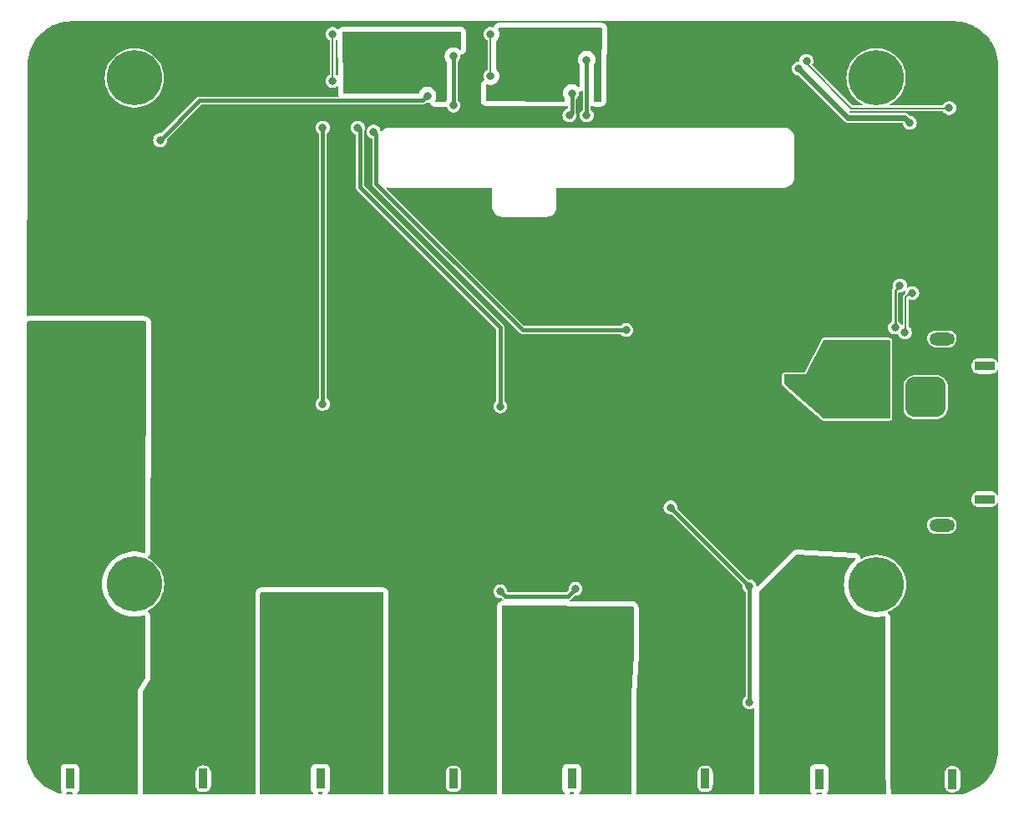
<source format=gbr>
%TF.GenerationSoftware,KiCad,Pcbnew,7.0.7*%
%TF.CreationDate,2023-09-08T11:37:07+10:00*%
%TF.ProjectId,rear_screen,72656172-5f73-4637-9265-656e2e6b6963,v0.2*%
%TF.SameCoordinates,Original*%
%TF.FileFunction,Copper,L2,Bot*%
%TF.FilePolarity,Positive*%
%FSLAX46Y46*%
G04 Gerber Fmt 4.6, Leading zero omitted, Abs format (unit mm)*
G04 Created by KiCad (PCBNEW 7.0.7) date 2023-09-08 11:37:07*
%MOMM*%
%LPD*%
G01*
G04 APERTURE LIST*
G04 Aperture macros list*
%AMRoundRect*
0 Rectangle with rounded corners*
0 $1 Rounding radius*
0 $2 $3 $4 $5 $6 $7 $8 $9 X,Y pos of 4 corners*
0 Add a 4 corners polygon primitive as box body*
4,1,4,$2,$3,$4,$5,$6,$7,$8,$9,$2,$3,0*
0 Add four circle primitives for the rounded corners*
1,1,$1+$1,$2,$3*
1,1,$1+$1,$4,$5*
1,1,$1+$1,$6,$7*
1,1,$1+$1,$8,$9*
0 Add four rect primitives between the rounded corners*
20,1,$1+$1,$2,$3,$4,$5,0*
20,1,$1+$1,$4,$5,$6,$7,0*
20,1,$1+$1,$6,$7,$8,$9,0*
20,1,$1+$1,$8,$9,$2,$3,0*%
G04 Aperture macros list end*
%TA.AperFunction,ComponentPad*%
%ADD10R,0.900000X2.000000*%
%TD*%
%TA.AperFunction,ComponentPad*%
%ADD11RoundRect,1.025000X1.025000X1.025000X-1.025000X1.025000X-1.025000X-1.025000X1.025000X-1.025000X0*%
%TD*%
%TA.AperFunction,ComponentPad*%
%ADD12C,4.100000*%
%TD*%
%TA.AperFunction,ComponentPad*%
%ADD13C,5.600000*%
%TD*%
%TA.AperFunction,ComponentPad*%
%ADD14C,0.500000*%
%TD*%
%TA.AperFunction,SMDPad,CuDef*%
%ADD15R,2.410000X3.100000*%
%TD*%
%TA.AperFunction,ComponentPad*%
%ADD16C,4.916000*%
%TD*%
%TA.AperFunction,ComponentPad*%
%ADD17R,4.916000X4.916000*%
%TD*%
%TA.AperFunction,ComponentPad*%
%ADD18O,2.600000X1.300000*%
%TD*%
%TA.AperFunction,ComponentPad*%
%ADD19R,2.000000X0.900000*%
%TD*%
%TA.AperFunction,ComponentPad*%
%ADD20RoundRect,1.025000X-1.025000X1.025000X-1.025000X-1.025000X1.025000X-1.025000X1.025000X1.025000X0*%
%TD*%
%TA.AperFunction,ViaPad*%
%ADD21C,0.800000*%
%TD*%
%TA.AperFunction,Conductor*%
%ADD22C,0.400000*%
%TD*%
%TA.AperFunction,Conductor*%
%ADD23C,0.200000*%
%TD*%
%TA.AperFunction,Conductor*%
%ADD24C,0.250000*%
%TD*%
%TA.AperFunction,Conductor*%
%ADD25C,0.600000*%
%TD*%
G04 APERTURE END LIST*
D10*
%TO.P,J2,*%
%TO.N,*%
X97124466Y-139000000D03*
X83624466Y-139000000D03*
D11*
%TO.P,J2,1,Pin_1*%
%TO.N,Net-(D2-A)*%
X86774466Y-133000000D03*
D12*
%TO.P,J2,2,Pin_2*%
%TO.N,VIN*%
X93974466Y-133000000D03*
%TD*%
D13*
%TO.P,H1,1*%
%TO.N,N/C*%
X90150000Y-67960000D03*
%TD*%
D10*
%TO.P,J4,*%
%TO.N,*%
X148000000Y-139000000D03*
X134500000Y-139000000D03*
D11*
%TO.P,J4,1,Pin_1*%
%TO.N,Net-(D4-A)*%
X137650000Y-133000000D03*
D12*
%TO.P,J4,2,Pin_2*%
%TO.N,VIN*%
X144850000Y-133000000D03*
%TD*%
D14*
%TO.P,U2,9,TH*%
%TO.N,unconnected-(U2-TH-Pad9)*%
X130880000Y-65450000D03*
X130880000Y-66750000D03*
X130880000Y-68050000D03*
D15*
X131835000Y-66750000D03*
D14*
X132790000Y-65450000D03*
X132790000Y-66750000D03*
X132790000Y-68050000D03*
%TD*%
D10*
%TO.P,J5,*%
%TO.N,*%
X173074466Y-139050000D03*
X159574466Y-139050000D03*
D11*
%TO.P,J5,1,Pin_1*%
%TO.N,Net-(D5-A)*%
X162724466Y-133050000D03*
D12*
%TO.P,J5,2,Pin_2*%
%TO.N,VIN*%
X169924466Y-133050000D03*
%TD*%
D14*
%TO.P,U1,9,TH*%
%TO.N,unconnected-(U1-TH-Pad9)*%
X116250000Y-65000000D03*
X116250000Y-66300000D03*
X116250000Y-67600000D03*
D15*
X117205000Y-66300000D03*
D14*
X118160000Y-65000000D03*
X118160000Y-66300000D03*
X118160000Y-67600000D03*
%TD*%
D16*
%TO.P,J6,1,Pin_1*%
%TO.N,BATT-*%
X162600000Y-98400000D03*
D17*
%TO.P,J6,2,Pin_2*%
%TO.N,VIN*%
X162600000Y-109300000D03*
D18*
%TO.P,J6,S1*%
%TO.N,N/C*%
X172000000Y-113300000D03*
%TO.P,J6,S2*%
X172000000Y-94400000D03*
%TD*%
D13*
%TO.P,H3,1*%
%TO.N,N/C*%
X165370000Y-119300000D03*
%TD*%
D19*
%TO.P,J1,*%
%TO.N,*%
X176350000Y-97150000D03*
X176350000Y-110650000D03*
D20*
%TO.P,J1,1,Pin_1*%
%TO.N,GND*%
X170350000Y-100300000D03*
D12*
%TO.P,J1,2,Pin_2*%
%TO.N,VIN*%
X170350000Y-107500000D03*
%TD*%
D13*
%TO.P,H2,1*%
%TO.N,N/C*%
X165339531Y-67939531D03*
%TD*%
D10*
%TO.P,J3,*%
%TO.N,*%
X122500000Y-139000000D03*
X109000000Y-139000000D03*
D11*
%TO.P,J3,1,Pin_1*%
%TO.N,Net-(D3-A)*%
X112150000Y-133000000D03*
D12*
%TO.P,J3,2,Pin_2*%
%TO.N,VIN*%
X119350000Y-133000000D03*
%TD*%
D13*
%TO.P,H4,1*%
%TO.N,N/C*%
X90160000Y-119260000D03*
%TD*%
D21*
%TO.N,GPIO11*%
X126250000Y-67750000D03*
X126250000Y-63500000D03*
%TO.N,GPIO13*%
X168250000Y-93750000D03*
X172750000Y-71000000D03*
X169000000Y-89750000D03*
X158277465Y-66222535D03*
%TO.N,GPIO21*%
X110250000Y-68250000D03*
X110250000Y-63500000D03*
%TO.N,Net-(D2-A)*%
X88800000Y-95000000D03*
X90300000Y-95000002D03*
X87300001Y-95000000D03*
X87300002Y-98000000D03*
X90300000Y-96500000D03*
X88800000Y-98000000D03*
X88800000Y-96500000D03*
X90300000Y-98000000D03*
X87300001Y-96500000D03*
%TO.N,Net-(D3-A)*%
X109756428Y-124020710D03*
X111256427Y-121020711D03*
X112756428Y-122520712D03*
X109756428Y-121020712D03*
X109756428Y-122520710D03*
X112756428Y-124020712D03*
X112756429Y-121020712D03*
X111256428Y-124020712D03*
X111256428Y-122520710D03*
%TO.N,Net-(D4-A)*%
X130469300Y-123787718D03*
X128840000Y-125300000D03*
X139393295Y-123759064D03*
X130469300Y-122287718D03*
X131969300Y-122287718D03*
X137893295Y-123759064D03*
X137893295Y-122259064D03*
X137893295Y-125259064D03*
X128840000Y-122300000D03*
X136393295Y-125259064D03*
X128840000Y-123800000D03*
X139393295Y-125259063D03*
X139393295Y-122259064D03*
X131969299Y-123787718D03*
X136393295Y-123759064D03*
X136393296Y-122259064D03*
X130469300Y-125287718D03*
X131969300Y-125287718D03*
%TO.N,Net-(D5-A)*%
X158348409Y-118960774D03*
X156280000Y-128175534D03*
X158348409Y-121082095D03*
X155166428Y-120021434D03*
X157780000Y-126675534D03*
X157780000Y-129675534D03*
X157287749Y-122142755D03*
X156280000Y-129675534D03*
X159409069Y-120021434D03*
X154780000Y-129675534D03*
X156280000Y-126675534D03*
X156227089Y-118960773D03*
X154780000Y-128175534D03*
X157287749Y-117900114D03*
X157780000Y-128175534D03*
X156227089Y-121082095D03*
X157287749Y-120021434D03*
X154780000Y-126675534D03*
%TO.N,+5V*%
X167750000Y-89000000D03*
X167250000Y-93250000D03*
X168750000Y-72500000D03*
X157500000Y-67000000D03*
%TO.N,VIN*%
X166000000Y-87000000D03*
X169000000Y-85500000D03*
X142250000Y-63500000D03*
X167525000Y-85550000D03*
X124750000Y-66500000D03*
X139390000Y-68450000D03*
%TO.N,Net-(Q1-G)*%
X144500000Y-111500000D03*
X136000000Y-66115000D03*
X140000000Y-93500000D03*
X136000000Y-71750000D03*
X152500000Y-131250000D03*
X152500000Y-119500000D03*
X114400000Y-73400000D03*
%TO.N,Net-(Q3-G)*%
X127250000Y-120000000D03*
X127250000Y-101250000D03*
X112800000Y-73000000D03*
X134870000Y-119750000D03*
X134250000Y-71750000D03*
X134500000Y-69500000D03*
%TO.N,Net-(Q7-G)*%
X92750000Y-74250000D03*
X119855000Y-69750000D03*
%TO.N,Net-(Q6-G)*%
X122500000Y-65750000D03*
X122500000Y-70750000D03*
X109250000Y-73000000D03*
X109250000Y-101000000D03*
%TO.N,BATT-*%
X165750000Y-98500000D03*
X164250000Y-101750000D03*
X159000000Y-98250000D03*
X162250000Y-95250000D03*
X165750000Y-100250000D03*
X162250000Y-101750000D03*
X159250000Y-100000000D03*
X160500000Y-95250000D03*
X165750000Y-101750000D03*
X165750000Y-95250000D03*
X165750000Y-96750000D03*
X159500000Y-96750000D03*
X160250000Y-101750000D03*
X164000000Y-95250000D03*
%TD*%
D22*
%TO.N,Net-(Q1-G)*%
X114400000Y-73400000D02*
X114669042Y-73669042D01*
X114669042Y-78669042D02*
X129500000Y-93500000D01*
X114669042Y-73669042D02*
X114669042Y-78669042D01*
X129500000Y-93500000D02*
X140000000Y-93500000D01*
%TO.N,Net-(Q3-G)*%
X113000000Y-73200000D02*
X113000000Y-79000000D01*
X127250000Y-93250000D02*
X127250000Y-101250000D01*
X112800000Y-73000000D02*
X113000000Y-73200000D01*
X113000000Y-79000000D02*
X127250000Y-93250000D01*
D23*
%TO.N,GPIO11*%
X126250000Y-67750000D02*
X126250000Y-63500000D01*
%TO.N,GPIO13*%
X162750000Y-71000000D02*
X162789531Y-71039531D01*
X158277465Y-66222535D02*
X158277465Y-66527465D01*
X168750000Y-89750000D02*
X169000000Y-89750000D01*
X172710469Y-71039531D02*
X172750000Y-71000000D01*
X158277465Y-66527465D02*
X162750000Y-71000000D01*
X168316674Y-90183326D02*
X168750000Y-89750000D01*
X168316674Y-93683326D02*
X168316674Y-90183326D01*
X162789531Y-71039531D02*
X172710469Y-71039531D01*
X168250000Y-93750000D02*
X168316674Y-93683326D01*
%TO.N,GPIO21*%
X110250000Y-68250000D02*
X110250000Y-63500000D01*
D24*
%TO.N,+5V*%
X167250000Y-89500000D02*
X167750000Y-89000000D01*
X167250000Y-93250000D02*
X167250000Y-89500000D01*
D25*
X168250000Y-72000000D02*
X168750000Y-72500000D01*
X157500000Y-67000000D02*
X162500000Y-72000000D01*
X162500000Y-72000000D02*
X168250000Y-72000000D01*
D22*
%TO.N,Net-(Q1-G)*%
X144500000Y-111500000D02*
X152500000Y-119500000D01*
X152500000Y-119500000D02*
X152500000Y-131250000D01*
X136000000Y-66115000D02*
X136000000Y-71750000D01*
%TO.N,Net-(Q3-G)*%
X127750000Y-120500000D02*
X127250000Y-120000000D01*
X134120000Y-120500000D02*
X127750000Y-120500000D01*
X134870000Y-119750000D02*
X134120000Y-120500000D01*
X134500000Y-69500000D02*
X134500000Y-71500000D01*
X134500000Y-71500000D02*
X134250000Y-71750000D01*
%TO.N,Net-(Q7-G)*%
X119855000Y-69750000D02*
X119355000Y-70250000D01*
X96750000Y-70250000D02*
X92750000Y-74250000D01*
X119355000Y-70250000D02*
X96750000Y-70250000D01*
%TO.N,Net-(Q6-G)*%
X109250000Y-73000000D02*
X109250000Y-101000000D01*
X122500000Y-65750000D02*
X122500000Y-70750000D01*
%TD*%
%TA.AperFunction,Conductor*%
%TO.N,Net-(D2-A)*%
G36*
X91272764Y-92619685D02*
G01*
X91318519Y-92672489D01*
X91329725Y-92724274D01*
X91278309Y-115981631D01*
X91258476Y-116048627D01*
X91205571Y-116094265D01*
X91136391Y-116104056D01*
X91114716Y-116098866D01*
X91044276Y-116075132D01*
X90694744Y-115998194D01*
X90338949Y-115959500D01*
X90338948Y-115959500D01*
X89981052Y-115959500D01*
X89981050Y-115959500D01*
X89625255Y-115998194D01*
X89275726Y-116075131D01*
X89019970Y-116161306D01*
X88936565Y-116189409D01*
X88936562Y-116189410D01*
X88936563Y-116189410D01*
X88936552Y-116189414D01*
X88611755Y-116339680D01*
X88611751Y-116339682D01*
X88383367Y-116477096D01*
X88305081Y-116524200D01*
X88216768Y-116591333D01*
X88020172Y-116740781D01*
X88020163Y-116740789D01*
X87760331Y-116986914D01*
X87528641Y-117259680D01*
X87528634Y-117259690D01*
X87327790Y-117555913D01*
X87327784Y-117555922D01*
X87160151Y-117872111D01*
X87160142Y-117872129D01*
X87027674Y-118204600D01*
X87027672Y-118204607D01*
X86931932Y-118549434D01*
X86931926Y-118549460D01*
X86874029Y-118902614D01*
X86874028Y-118902631D01*
X86854652Y-119259997D01*
X86854652Y-119260002D01*
X86874028Y-119617368D01*
X86874029Y-119617385D01*
X86931926Y-119970539D01*
X86931932Y-119970565D01*
X87027672Y-120315392D01*
X87027674Y-120315399D01*
X87160142Y-120647870D01*
X87160151Y-120647888D01*
X87327784Y-120964077D01*
X87327790Y-120964086D01*
X87528634Y-121260309D01*
X87528641Y-121260319D01*
X87760331Y-121533085D01*
X87760332Y-121533086D01*
X88020163Y-121779211D01*
X88305081Y-121995800D01*
X88611747Y-122180315D01*
X88611749Y-122180316D01*
X88611751Y-122180317D01*
X88611755Y-122180319D01*
X88936552Y-122330585D01*
X88936565Y-122330591D01*
X89275726Y-122444868D01*
X89625254Y-122521805D01*
X89981052Y-122560500D01*
X89981058Y-122560500D01*
X90338942Y-122560500D01*
X90338948Y-122560500D01*
X90694746Y-122521805D01*
X91044274Y-122444868D01*
X91100210Y-122426020D01*
X91170022Y-122423268D01*
X91230243Y-122458697D01*
X91261749Y-122521060D01*
X91263802Y-122543803D01*
X91250077Y-128752397D01*
X91231533Y-128817353D01*
X90500000Y-129999999D01*
X90500000Y-140475500D01*
X90480315Y-140542539D01*
X90427511Y-140588294D01*
X90376000Y-140599500D01*
X84481360Y-140599500D01*
X84414321Y-140579815D01*
X84368566Y-140527011D01*
X84358622Y-140457853D01*
X84387647Y-140394297D01*
X84407048Y-140376234D01*
X84432012Y-140357546D01*
X84518262Y-140242331D01*
X84568557Y-140107483D01*
X84574966Y-140047873D01*
X84574965Y-137952128D01*
X84568557Y-137892517D01*
X84518262Y-137757669D01*
X84518261Y-137757668D01*
X84518259Y-137757664D01*
X84432013Y-137642455D01*
X84432010Y-137642452D01*
X84316801Y-137556206D01*
X84316794Y-137556202D01*
X84181948Y-137505908D01*
X84181949Y-137505908D01*
X84122349Y-137499501D01*
X84122347Y-137499500D01*
X84122339Y-137499500D01*
X84122330Y-137499500D01*
X83126595Y-137499500D01*
X83126589Y-137499501D01*
X83066982Y-137505908D01*
X82932137Y-137556202D01*
X82932130Y-137556206D01*
X82816921Y-137642452D01*
X82816918Y-137642455D01*
X82730672Y-137757664D01*
X82730668Y-137757671D01*
X82680374Y-137892517D01*
X82673967Y-137952116D01*
X82673967Y-137952123D01*
X82673966Y-137952135D01*
X82673966Y-140047870D01*
X82673967Y-140047876D01*
X82680374Y-140107483D01*
X82730668Y-140242328D01*
X82730670Y-140242331D01*
X82752035Y-140270871D01*
X82776452Y-140336335D01*
X82761600Y-140404608D01*
X82712195Y-140454014D01*
X82643922Y-140468866D01*
X82625930Y-140466243D01*
X82538085Y-140446768D01*
X82532865Y-140445370D01*
X82313593Y-140376234D01*
X82163663Y-140328961D01*
X82158578Y-140327110D01*
X81913889Y-140225757D01*
X81800921Y-140178964D01*
X81796031Y-140176684D01*
X81452657Y-139997934D01*
X81447971Y-139995228D01*
X81121473Y-139787227D01*
X81117040Y-139784123D01*
X80809922Y-139548463D01*
X80805777Y-139544984D01*
X80520369Y-139283456D01*
X80516543Y-139279630D01*
X80255015Y-138994222D01*
X80251536Y-138990077D01*
X80015876Y-138682959D01*
X80012772Y-138678526D01*
X79804771Y-138352028D01*
X79802065Y-138347342D01*
X79623310Y-138003958D01*
X79621039Y-137999088D01*
X79472889Y-137641421D01*
X79471038Y-137636336D01*
X79445773Y-137556206D01*
X79354625Y-137267119D01*
X79353231Y-137261914D01*
X79269443Y-136883969D01*
X79268506Y-136878659D01*
X79217973Y-136494826D01*
X79217504Y-136489474D01*
X79200560Y-136101409D01*
X79200502Y-136098617D01*
X79263002Y-92723821D01*
X79282783Y-92656810D01*
X79335653Y-92611132D01*
X79387002Y-92600000D01*
X91205725Y-92600000D01*
X91272764Y-92619685D01*
G37*
%TD.AperFunction*%
%TD*%
%TA.AperFunction,Conductor*%
%TO.N,BATT-*%
G36*
X166731255Y-94518745D02*
G01*
X166750000Y-94564000D01*
X166750000Y-102436000D01*
X166731255Y-102481255D01*
X166686000Y-102500000D01*
X160024047Y-102500000D01*
X159981903Y-102484165D01*
X156021856Y-99019124D01*
X156000142Y-98975216D01*
X156000000Y-98970959D01*
X156000000Y-98064000D01*
X156018745Y-98018745D01*
X156064000Y-98000000D01*
X158249999Y-98000000D01*
X158250000Y-98000000D01*
X159982310Y-94535378D01*
X160019315Y-94503284D01*
X160039554Y-94500000D01*
X166686000Y-94500000D01*
X166731255Y-94518745D01*
G37*
%TD.AperFunction*%
%TD*%
%TA.AperFunction,Conductor*%
%TO.N,Net-(D5-A)*%
G36*
X163140877Y-116577270D02*
G01*
X163140878Y-116577271D01*
X163206723Y-116600644D01*
X163249478Y-116655905D01*
X163255570Y-116725508D01*
X163223064Y-116787356D01*
X163219275Y-116791103D01*
X162970331Y-117026914D01*
X162738641Y-117299680D01*
X162738634Y-117299690D01*
X162537790Y-117595913D01*
X162537784Y-117595922D01*
X162370151Y-117912111D01*
X162370142Y-117912129D01*
X162237674Y-118244600D01*
X162237672Y-118244607D01*
X162141932Y-118589434D01*
X162141926Y-118589460D01*
X162084029Y-118942614D01*
X162084028Y-118942631D01*
X162064652Y-119299997D01*
X162064652Y-119300002D01*
X162084028Y-119657368D01*
X162084029Y-119657385D01*
X162141926Y-120010539D01*
X162141932Y-120010565D01*
X162237672Y-120355392D01*
X162237674Y-120355399D01*
X162370142Y-120687870D01*
X162370151Y-120687888D01*
X162537784Y-121004077D01*
X162537790Y-121004086D01*
X162738634Y-121300309D01*
X162738641Y-121300319D01*
X162970331Y-121573085D01*
X162970332Y-121573086D01*
X163230163Y-121819211D01*
X163515081Y-122035800D01*
X163821747Y-122220315D01*
X163821749Y-122220316D01*
X163821751Y-122220317D01*
X163821755Y-122220319D01*
X164146552Y-122370585D01*
X164146565Y-122370591D01*
X164485726Y-122484868D01*
X164835254Y-122561805D01*
X165191052Y-122600500D01*
X165191058Y-122600500D01*
X165548942Y-122600500D01*
X165548948Y-122600500D01*
X165904746Y-122561805D01*
X166116537Y-122515186D01*
X166186238Y-122519999D01*
X166242275Y-122561732D01*
X166266853Y-122627136D01*
X166267190Y-122635925D01*
X166311503Y-137807664D01*
X166319243Y-140457853D01*
X166319294Y-140475138D01*
X166299806Y-140542234D01*
X166247136Y-140588143D01*
X166195295Y-140599500D01*
X160486037Y-140599500D01*
X160418998Y-140579815D01*
X160373243Y-140527011D01*
X160363299Y-140457853D01*
X160386771Y-140401189D01*
X160468259Y-140292335D01*
X160468258Y-140292335D01*
X160468262Y-140292331D01*
X160518557Y-140157483D01*
X160524966Y-140097873D01*
X160524965Y-138002128D01*
X160518557Y-137942517D01*
X160468262Y-137807669D01*
X160468261Y-137807668D01*
X160468259Y-137807664D01*
X160382013Y-137692455D01*
X160382010Y-137692452D01*
X160266801Y-137606206D01*
X160266794Y-137606202D01*
X160131948Y-137555908D01*
X160131949Y-137555908D01*
X160072349Y-137549501D01*
X160072347Y-137549500D01*
X160072339Y-137549500D01*
X160072330Y-137549500D01*
X159076595Y-137549500D01*
X159076589Y-137549501D01*
X159016982Y-137555908D01*
X158882137Y-137606202D01*
X158882130Y-137606206D01*
X158766921Y-137692452D01*
X158766918Y-137692455D01*
X158680672Y-137807664D01*
X158680668Y-137807671D01*
X158630374Y-137942517D01*
X158623967Y-138002116D01*
X158623967Y-138002123D01*
X158623966Y-138002135D01*
X158623966Y-140097870D01*
X158623967Y-140097876D01*
X158630374Y-140157483D01*
X158680668Y-140292328D01*
X158680672Y-140292335D01*
X158762161Y-140401189D01*
X158786579Y-140466653D01*
X158771728Y-140534926D01*
X158722323Y-140584332D01*
X158662895Y-140599500D01*
X153624000Y-140599500D01*
X153556961Y-140579815D01*
X153511206Y-140527011D01*
X153500000Y-140475500D01*
X153500000Y-120051362D01*
X153519685Y-119984323D01*
X153536319Y-119963681D01*
X155255400Y-118244600D01*
X157210798Y-116289201D01*
X157272119Y-116255718D01*
X157305352Y-116253075D01*
X163140877Y-116577270D01*
G37*
%TD.AperFunction*%
%TD*%
%TA.AperFunction,Conductor*%
%TO.N,Net-(D4-A)*%
G36*
X140627719Y-121499542D02*
G01*
X140694682Y-121519477D01*
X140740239Y-121572452D01*
X140751247Y-121622276D01*
X140799973Y-126397427D01*
X140799811Y-126402586D01*
X140500000Y-130499995D01*
X140500000Y-140475500D01*
X140480315Y-140542539D01*
X140427511Y-140588294D01*
X140376000Y-140599500D01*
X135356894Y-140599500D01*
X135289855Y-140579815D01*
X135244100Y-140527011D01*
X135234156Y-140457853D01*
X135263181Y-140394297D01*
X135282582Y-140376234D01*
X135307546Y-140357546D01*
X135393796Y-140242331D01*
X135444091Y-140107483D01*
X135450500Y-140047873D01*
X135450499Y-137952128D01*
X135444091Y-137892517D01*
X135393796Y-137757669D01*
X135393795Y-137757668D01*
X135393793Y-137757664D01*
X135307547Y-137642455D01*
X135307544Y-137642452D01*
X135192335Y-137556206D01*
X135192328Y-137556202D01*
X135057482Y-137505908D01*
X135057483Y-137505908D01*
X134997883Y-137499501D01*
X134997881Y-137499500D01*
X134997873Y-137499500D01*
X134997864Y-137499500D01*
X134002129Y-137499500D01*
X134002123Y-137499501D01*
X133942516Y-137505908D01*
X133807671Y-137556202D01*
X133807664Y-137556206D01*
X133692455Y-137642452D01*
X133692452Y-137642455D01*
X133606206Y-137757664D01*
X133606202Y-137757671D01*
X133555908Y-137892517D01*
X133549501Y-137952116D01*
X133549501Y-137952123D01*
X133549500Y-137952135D01*
X133549500Y-140047870D01*
X133549501Y-140047876D01*
X133555908Y-140107483D01*
X133606202Y-140242328D01*
X133606206Y-140242335D01*
X133692452Y-140357544D01*
X133692453Y-140357544D01*
X133692454Y-140357546D01*
X133717418Y-140376234D01*
X133759288Y-140432168D01*
X133764272Y-140501860D01*
X133730786Y-140563182D01*
X133669462Y-140596667D01*
X133643106Y-140599500D01*
X127502281Y-140599500D01*
X127435242Y-140579815D01*
X127389487Y-140527011D01*
X127378281Y-140475500D01*
X127378281Y-121574464D01*
X127397966Y-121507425D01*
X127450770Y-121461670D01*
X127502743Y-121450465D01*
X140627719Y-121499542D01*
G37*
%TD.AperFunction*%
%TD*%
%TA.AperFunction,Conductor*%
%TO.N,Net-(D3-A)*%
G36*
X115363039Y-120119685D02*
G01*
X115408794Y-120172489D01*
X115420000Y-120224000D01*
X115420000Y-140475500D01*
X115400315Y-140542539D01*
X115347511Y-140588294D01*
X115296000Y-140599500D01*
X109856894Y-140599500D01*
X109789855Y-140579815D01*
X109744100Y-140527011D01*
X109734156Y-140457853D01*
X109763181Y-140394297D01*
X109782582Y-140376234D01*
X109807546Y-140357546D01*
X109893796Y-140242331D01*
X109944091Y-140107483D01*
X109950500Y-140047873D01*
X109950499Y-137952128D01*
X109944091Y-137892517D01*
X109893796Y-137757669D01*
X109893795Y-137757668D01*
X109893793Y-137757664D01*
X109807547Y-137642455D01*
X109807544Y-137642452D01*
X109692335Y-137556206D01*
X109692328Y-137556202D01*
X109557482Y-137505908D01*
X109557483Y-137505908D01*
X109497883Y-137499501D01*
X109497881Y-137499500D01*
X109497873Y-137499500D01*
X109497864Y-137499500D01*
X108502129Y-137499500D01*
X108502123Y-137499501D01*
X108442516Y-137505908D01*
X108307671Y-137556202D01*
X108307664Y-137556206D01*
X108192455Y-137642452D01*
X108192452Y-137642455D01*
X108106206Y-137757664D01*
X108106202Y-137757671D01*
X108055908Y-137892517D01*
X108049501Y-137952116D01*
X108049501Y-137952123D01*
X108049500Y-137952135D01*
X108049500Y-140047870D01*
X108049501Y-140047876D01*
X108055908Y-140107483D01*
X108106202Y-140242328D01*
X108106206Y-140242335D01*
X108192452Y-140357544D01*
X108192453Y-140357544D01*
X108192454Y-140357546D01*
X108217418Y-140376234D01*
X108259288Y-140432168D01*
X108264272Y-140501860D01*
X108230786Y-140563182D01*
X108169462Y-140596667D01*
X108143106Y-140599500D01*
X103024000Y-140599500D01*
X102956961Y-140579815D01*
X102911206Y-140527011D01*
X102900000Y-140475500D01*
X102900000Y-120224000D01*
X102919685Y-120156961D01*
X102972489Y-120111206D01*
X103024000Y-120100000D01*
X115296000Y-120100000D01*
X115363039Y-120119685D01*
G37*
%TD.AperFunction*%
%TD*%
%TA.AperFunction,Conductor*%
%TO.N,VIN*%
G36*
X173590768Y-62217561D02*
G01*
X173593526Y-62217802D01*
X173979954Y-62268676D01*
X173982682Y-62269157D01*
X174363199Y-62353516D01*
X174365888Y-62354237D01*
X174737595Y-62471435D01*
X174740194Y-62472380D01*
X175100288Y-62621536D01*
X175102805Y-62622711D01*
X175448514Y-62802676D01*
X175450932Y-62804073D01*
X175564430Y-62876378D01*
X175779639Y-63013480D01*
X175781904Y-63015067D01*
X175908872Y-63112493D01*
X176091115Y-63252333D01*
X176093254Y-63254128D01*
X176380595Y-63517429D01*
X176382570Y-63519404D01*
X176645871Y-63806745D01*
X176647666Y-63808884D01*
X176830192Y-64046756D01*
X176882881Y-64115422D01*
X176884928Y-64118089D01*
X176886522Y-64120365D01*
X176958830Y-64233866D01*
X177095926Y-64449067D01*
X177097323Y-64451485D01*
X177277288Y-64797194D01*
X177278467Y-64799721D01*
X177361457Y-65000077D01*
X177427611Y-65159785D01*
X177428566Y-65162410D01*
X177545762Y-65534111D01*
X177546485Y-65536808D01*
X177630840Y-65917310D01*
X177631325Y-65920061D01*
X177682195Y-66306453D01*
X177682438Y-66309235D01*
X177699500Y-66699999D01*
X177699500Y-96695639D01*
X177680755Y-96740894D01*
X177635500Y-96759639D01*
X177590245Y-96740894D01*
X177581310Y-96729689D01*
X177556896Y-96690835D01*
X177548316Y-96669271D01*
X177546376Y-96659522D01*
X177538867Y-96621769D01*
X177494552Y-96555448D01*
X177428231Y-96511133D01*
X177428230Y-96511133D01*
X177380727Y-96501683D01*
X177359164Y-96493103D01*
X177249527Y-96424213D01*
X177249523Y-96424211D01*
X177079260Y-96364633D01*
X177079256Y-96364632D01*
X177079255Y-96364632D01*
X176972503Y-96352604D01*
X176944955Y-96349500D01*
X176944954Y-96349500D01*
X175755046Y-96349500D01*
X175755044Y-96349500D01*
X175699947Y-96355708D01*
X175620745Y-96364632D01*
X175620743Y-96364632D01*
X175620739Y-96364633D01*
X175450476Y-96424211D01*
X175450472Y-96424213D01*
X175340835Y-96493103D01*
X175319273Y-96501683D01*
X175271768Y-96511133D01*
X175271767Y-96511133D01*
X175205448Y-96555448D01*
X175161133Y-96621767D01*
X175161133Y-96621768D01*
X175151683Y-96669273D01*
X175143103Y-96690835D01*
X175074213Y-96800472D01*
X175074211Y-96800476D01*
X175014633Y-96970739D01*
X174994435Y-97149999D01*
X175014633Y-97329260D01*
X175067228Y-97479565D01*
X175074211Y-97499522D01*
X175074213Y-97499526D01*
X175074214Y-97499527D01*
X175143103Y-97609163D01*
X175151683Y-97630726D01*
X175161133Y-97678231D01*
X175161133Y-97678232D01*
X175183290Y-97711391D01*
X175205448Y-97744552D01*
X175271769Y-97788867D01*
X175307691Y-97796012D01*
X175319271Y-97798316D01*
X175340835Y-97806896D01*
X175450472Y-97875786D01*
X175450476Y-97875788D01*
X175450478Y-97875789D01*
X175620745Y-97935368D01*
X175755046Y-97950500D01*
X175755049Y-97950500D01*
X176944951Y-97950500D01*
X176944954Y-97950500D01*
X177079255Y-97935368D01*
X177249522Y-97875789D01*
X177359167Y-97806894D01*
X177380728Y-97798316D01*
X177382966Y-97797870D01*
X177428231Y-97788867D01*
X177494552Y-97744552D01*
X177538867Y-97678231D01*
X177548316Y-97630726D01*
X177556895Y-97609165D01*
X177581310Y-97570308D01*
X177621259Y-97541964D01*
X177669550Y-97550169D01*
X177697895Y-97590118D01*
X177699500Y-97604359D01*
X177699500Y-110195639D01*
X177680755Y-110240894D01*
X177635500Y-110259639D01*
X177590245Y-110240894D01*
X177581310Y-110229689D01*
X177556896Y-110190835D01*
X177548316Y-110169271D01*
X177546376Y-110159522D01*
X177538867Y-110121769D01*
X177494552Y-110055448D01*
X177428231Y-110011133D01*
X177428230Y-110011133D01*
X177380727Y-110001683D01*
X177359164Y-109993103D01*
X177249527Y-109924213D01*
X177249523Y-109924211D01*
X177079260Y-109864633D01*
X177079256Y-109864632D01*
X177079255Y-109864632D01*
X176972503Y-109852604D01*
X176944955Y-109849500D01*
X176944954Y-109849500D01*
X175755046Y-109849500D01*
X175755044Y-109849500D01*
X175699947Y-109855708D01*
X175620745Y-109864632D01*
X175620743Y-109864632D01*
X175620739Y-109864633D01*
X175450476Y-109924211D01*
X175450472Y-109924213D01*
X175340835Y-109993103D01*
X175319273Y-110001683D01*
X175271768Y-110011133D01*
X175271767Y-110011133D01*
X175205448Y-110055448D01*
X175161133Y-110121767D01*
X175161133Y-110121768D01*
X175151683Y-110169273D01*
X175143103Y-110190835D01*
X175074213Y-110300472D01*
X175074211Y-110300476D01*
X175014633Y-110470739D01*
X175014632Y-110470743D01*
X175014632Y-110470745D01*
X174994435Y-110650000D01*
X175011279Y-110799500D01*
X175014633Y-110829260D01*
X175018465Y-110840210D01*
X175074211Y-110999522D01*
X175074213Y-110999526D01*
X175074214Y-110999527D01*
X175143103Y-111109163D01*
X175151683Y-111130726D01*
X175161133Y-111178231D01*
X175161133Y-111178232D01*
X175183290Y-111211391D01*
X175205448Y-111244552D01*
X175271769Y-111288867D01*
X175307691Y-111296012D01*
X175319271Y-111298316D01*
X175340835Y-111306896D01*
X175450472Y-111375786D01*
X175450476Y-111375788D01*
X175450478Y-111375789D01*
X175620745Y-111435368D01*
X175755046Y-111450500D01*
X175755049Y-111450500D01*
X176944951Y-111450500D01*
X176944954Y-111450500D01*
X177079255Y-111435368D01*
X177249522Y-111375789D01*
X177359167Y-111306894D01*
X177380728Y-111298316D01*
X177382966Y-111297870D01*
X177428231Y-111288867D01*
X177494552Y-111244552D01*
X177538867Y-111178231D01*
X177548316Y-111130726D01*
X177556895Y-111109165D01*
X177581310Y-111070308D01*
X177621259Y-111041964D01*
X177669550Y-111050169D01*
X177697895Y-111090118D01*
X177699500Y-111104359D01*
X177699500Y-136100001D01*
X177682438Y-136490764D01*
X177682195Y-136493546D01*
X177631325Y-136879938D01*
X177630840Y-136882689D01*
X177546485Y-137263191D01*
X177545762Y-137265888D01*
X177428566Y-137637589D01*
X177427611Y-137640214D01*
X177278469Y-138000274D01*
X177277288Y-138002805D01*
X177097323Y-138348514D01*
X177095926Y-138350932D01*
X176886530Y-138679622D01*
X176884928Y-138681910D01*
X176647666Y-138991115D01*
X176645871Y-138993254D01*
X176382570Y-139280595D01*
X176380595Y-139282570D01*
X176093254Y-139545871D01*
X176091115Y-139547666D01*
X175781910Y-139784928D01*
X175779622Y-139786530D01*
X175450932Y-139995926D01*
X175448514Y-139997323D01*
X175102805Y-140177288D01*
X175100274Y-140178469D01*
X174740214Y-140327611D01*
X174737589Y-140328566D01*
X174365888Y-140445762D01*
X174363191Y-140446485D01*
X173982689Y-140530840D01*
X173979938Y-140531325D01*
X173593546Y-140582195D01*
X173590764Y-140582438D01*
X173219757Y-140598637D01*
X173200000Y-140599500D01*
X166880717Y-140599500D01*
X166835462Y-140580755D01*
X166816717Y-140535500D01*
X166817342Y-140526577D01*
X166824791Y-140473669D01*
X166824791Y-140473667D01*
X166824792Y-140473662D01*
X166822372Y-139644954D01*
X172273966Y-139644954D01*
X172283464Y-139729255D01*
X172289099Y-139779260D01*
X172331183Y-139899527D01*
X172348677Y-139949522D01*
X172348679Y-139949526D01*
X172348680Y-139949527D01*
X172417569Y-140059163D01*
X172426149Y-140080726D01*
X172435599Y-140128231D01*
X172435599Y-140128232D01*
X172457756Y-140161391D01*
X172479914Y-140194552D01*
X172546235Y-140238867D01*
X172582157Y-140246012D01*
X172593737Y-140248316D01*
X172615301Y-140256896D01*
X172724938Y-140325786D01*
X172724942Y-140325788D01*
X172724944Y-140325789D01*
X172810036Y-140355564D01*
X172875497Y-140378470D01*
X172895211Y-140385368D01*
X173074466Y-140405565D01*
X173253721Y-140385368D01*
X173423988Y-140325789D01*
X173533633Y-140256894D01*
X173555194Y-140248316D01*
X173557432Y-140247870D01*
X173602697Y-140238867D01*
X173669018Y-140194552D01*
X173713333Y-140128231D01*
X173722782Y-140080726D01*
X173731361Y-140059165D01*
X173800255Y-139949522D01*
X173859834Y-139779255D01*
X173874966Y-139644954D01*
X173874966Y-138455046D01*
X173859834Y-138320745D01*
X173800255Y-138150478D01*
X173800254Y-138150476D01*
X173800252Y-138150472D01*
X173731362Y-138040835D01*
X173722782Y-138019271D01*
X173717125Y-137990835D01*
X173713333Y-137971769D01*
X173669018Y-137905448D01*
X173602697Y-137861133D01*
X173555193Y-137851683D01*
X173533630Y-137843103D01*
X173423993Y-137774213D01*
X173423989Y-137774211D01*
X173253726Y-137714633D01*
X173253722Y-137714632D01*
X173253721Y-137714632D01*
X173074466Y-137694435D01*
X172895211Y-137714632D01*
X172895209Y-137714632D01*
X172895205Y-137714633D01*
X172724942Y-137774211D01*
X172724938Y-137774213D01*
X172615301Y-137843103D01*
X172593739Y-137851683D01*
X172546234Y-137861133D01*
X172546233Y-137861133D01*
X172479914Y-137905448D01*
X172435599Y-137971767D01*
X172435599Y-137971768D01*
X172426149Y-138019273D01*
X172417569Y-138040835D01*
X172348679Y-138150472D01*
X172348677Y-138150476D01*
X172289099Y-138320739D01*
X172289098Y-138320743D01*
X172289098Y-138320745D01*
X172273966Y-138455046D01*
X172273966Y-139644954D01*
X166822372Y-139644954D01*
X166772662Y-122625499D01*
X166771982Y-122607768D01*
X166770975Y-122589833D01*
X166740045Y-122449316D01*
X166715467Y-122383912D01*
X166715465Y-122383907D01*
X166715462Y-122383901D01*
X166646200Y-122257801D01*
X166646197Y-122257797D01*
X166548172Y-122160255D01*
X166529315Y-122115047D01*
X166547949Y-122069746D01*
X166564586Y-122057700D01*
X166872793Y-121902913D01*
X167164811Y-121710849D01*
X167432558Y-121486183D01*
X167672412Y-121231953D01*
X167881130Y-120951596D01*
X168055889Y-120648904D01*
X168194326Y-120327971D01*
X168294569Y-119993136D01*
X168355262Y-119648927D01*
X168375585Y-119300000D01*
X168355262Y-118951073D01*
X168294569Y-118606864D01*
X168194326Y-118272029D01*
X168055889Y-117951096D01*
X167881130Y-117648404D01*
X167672412Y-117368047D01*
X167432558Y-117113817D01*
X167432556Y-117113815D01*
X167432553Y-117113812D01*
X167164818Y-116889156D01*
X167164813Y-116889153D01*
X167164811Y-116889151D01*
X166872793Y-116697087D01*
X166560451Y-116540223D01*
X166560446Y-116540221D01*
X166232015Y-116420682D01*
X166232011Y-116420681D01*
X165891914Y-116340077D01*
X165891910Y-116340076D01*
X165891908Y-116340076D01*
X165697167Y-116317314D01*
X165544759Y-116299500D01*
X165195241Y-116299500D01*
X165070266Y-116314107D01*
X164848091Y-116340076D01*
X164848087Y-116340076D01*
X164848086Y-116340077D01*
X164820648Y-116346580D01*
X164507984Y-116420682D01*
X164179553Y-116540221D01*
X163867202Y-116697089D01*
X163867199Y-116697091D01*
X163855896Y-116704525D01*
X163807785Y-116713729D01*
X163767257Y-116686218D01*
X163756974Y-116656631D01*
X163753053Y-116611835D01*
X163753053Y-116611830D01*
X163720239Y-116471746D01*
X163649286Y-116346577D01*
X163611606Y-116297875D01*
X163609385Y-116294081D01*
X163606531Y-116291316D01*
X163606531Y-116291315D01*
X163503188Y-116191207D01*
X163375827Y-116124268D01*
X163309981Y-116100894D01*
X163309978Y-116100893D01*
X163309976Y-116100892D01*
X163309973Y-116100891D01*
X163209488Y-116080700D01*
X163168917Y-116072548D01*
X163168914Y-116072547D01*
X163168903Y-116072546D01*
X157316369Y-115747408D01*
X157316368Y-115747408D01*
X157312106Y-115747458D01*
X157282272Y-115747814D01*
X157232043Y-115751809D01*
X157232036Y-115751810D01*
X157164678Y-115761767D01*
X157164671Y-115761769D01*
X157029866Y-115812047D01*
X157029861Y-115812049D01*
X156968542Y-115845532D01*
X156968539Y-115845533D01*
X156853354Y-115931759D01*
X153307194Y-119477919D01*
X153261939Y-119496664D01*
X153216684Y-119477919D01*
X153198406Y-119440378D01*
X153186243Y-119340210D01*
X153185140Y-119331128D01*
X153124818Y-119172070D01*
X153068314Y-119090210D01*
X153028185Y-119032073D01*
X153028183Y-119032071D01*
X153028183Y-119032070D01*
X152900852Y-118919266D01*
X152750222Y-118840208D01*
X152585062Y-118799500D01*
X152585056Y-118799500D01*
X152414944Y-118799500D01*
X152414939Y-118799500D01*
X152410632Y-118800562D01*
X152362207Y-118793187D01*
X152350067Y-118783675D01*
X146820076Y-113253683D01*
X170495740Y-113253683D01*
X170505755Y-113438408D01*
X170505755Y-113438411D01*
X170555245Y-113616656D01*
X170555246Y-113616659D01*
X170641900Y-113780104D01*
X170641902Y-113780106D01*
X170641903Y-113780108D01*
X170761664Y-113921101D01*
X170908932Y-114033052D01*
X170908934Y-114033052D01*
X170908936Y-114033054D01*
X171076833Y-114110732D01*
X171257503Y-114150500D01*
X172696108Y-114150500D01*
X172696113Y-114150500D01*
X172833910Y-114135514D01*
X173009221Y-114076444D01*
X173167736Y-113981070D01*
X173302041Y-113853849D01*
X173405858Y-113700730D01*
X173474331Y-113528875D01*
X173504260Y-113346317D01*
X173494245Y-113161593D01*
X173444754Y-112983341D01*
X173358100Y-112819896D01*
X173238337Y-112678900D01*
X173238336Y-112678899D01*
X173238335Y-112678898D01*
X173091067Y-112566947D01*
X173091064Y-112566946D01*
X172923167Y-112489268D01*
X172742497Y-112449500D01*
X171303887Y-112449500D01*
X171284736Y-112451582D01*
X171166093Y-112464485D01*
X171166089Y-112464486D01*
X170990777Y-112523556D01*
X170832263Y-112618929D01*
X170832261Y-112618931D01*
X170697958Y-112746151D01*
X170594143Y-112899267D01*
X170525668Y-113071128D01*
X170495740Y-113253683D01*
X146820076Y-113253683D01*
X145212601Y-111646208D01*
X145193856Y-111600953D01*
X145194323Y-111593238D01*
X145205645Y-111500001D01*
X145205645Y-111499996D01*
X145185140Y-111331129D01*
X145169112Y-111288867D01*
X145124818Y-111172070D01*
X145096281Y-111130727D01*
X145028185Y-111032073D01*
X145028183Y-111032071D01*
X144991448Y-110999527D01*
X144900852Y-110919266D01*
X144750222Y-110840208D01*
X144585062Y-110799500D01*
X144585056Y-110799500D01*
X144414944Y-110799500D01*
X144414937Y-110799500D01*
X144249777Y-110840208D01*
X144099148Y-110919266D01*
X143971816Y-111032071D01*
X143971814Y-111032073D01*
X143875182Y-111172068D01*
X143814859Y-111331129D01*
X143794355Y-111499996D01*
X143794355Y-111500003D01*
X143814859Y-111668870D01*
X143875182Y-111827931D01*
X143971814Y-111967926D01*
X143971816Y-111967928D01*
X143971817Y-111967929D01*
X144099148Y-112080734D01*
X144249775Y-112159790D01*
X144249777Y-112159791D01*
X144414937Y-112200499D01*
X144414942Y-112200499D01*
X144414944Y-112200500D01*
X144414946Y-112200500D01*
X144585054Y-112200500D01*
X144585056Y-112200500D01*
X144589354Y-112199440D01*
X144637780Y-112206806D01*
X144649931Y-112216324D01*
X151787397Y-119353789D01*
X151806142Y-119399044D01*
X151805675Y-119406758D01*
X151794355Y-119499996D01*
X151794355Y-119500003D01*
X151814859Y-119668870D01*
X151875182Y-119827931D01*
X151971814Y-119967926D01*
X151971816Y-119967928D01*
X151971817Y-119967929D01*
X152048089Y-120035500D01*
X152077940Y-120061945D01*
X152099383Y-120105986D01*
X152099500Y-120109850D01*
X152099500Y-130640149D01*
X152080755Y-130685404D01*
X152077940Y-130688054D01*
X151971816Y-130782071D01*
X151971814Y-130782073D01*
X151875182Y-130922068D01*
X151814859Y-131081129D01*
X151794355Y-131249996D01*
X151794355Y-131250003D01*
X151814859Y-131418870D01*
X151875182Y-131577931D01*
X151971814Y-131717926D01*
X151971816Y-131717928D01*
X151971817Y-131717929D01*
X152099148Y-131830734D01*
X152207214Y-131887452D01*
X152249777Y-131909791D01*
X152414937Y-131950499D01*
X152414942Y-131950499D01*
X152414944Y-131950500D01*
X152414946Y-131950500D01*
X152585054Y-131950500D01*
X152585056Y-131950500D01*
X152585058Y-131950499D01*
X152585062Y-131950499D01*
X152750222Y-131909791D01*
X152750222Y-131909790D01*
X152750225Y-131909790D01*
X152900758Y-131830782D01*
X152949540Y-131826350D01*
X152987169Y-131857709D01*
X152994500Y-131887452D01*
X152994500Y-140475513D01*
X153000215Y-140528658D01*
X152986416Y-140575657D01*
X152943424Y-140599133D01*
X152936582Y-140599500D01*
X141061532Y-140599500D01*
X141016277Y-140580755D01*
X140997532Y-140535500D01*
X140998183Y-140526392D01*
X141005500Y-140475497D01*
X141005500Y-139594955D01*
X147199500Y-139594955D01*
X147214633Y-139729260D01*
X147234409Y-139785775D01*
X147274211Y-139899522D01*
X147274213Y-139899526D01*
X147274214Y-139899527D01*
X147343103Y-140009163D01*
X147351683Y-140030726D01*
X147361133Y-140078231D01*
X147361133Y-140078232D01*
X147383290Y-140111391D01*
X147405448Y-140144552D01*
X147471769Y-140188867D01*
X147507691Y-140196012D01*
X147519271Y-140198316D01*
X147540835Y-140206896D01*
X147650472Y-140275786D01*
X147650476Y-140275788D01*
X147650478Y-140275789D01*
X147743412Y-140308308D01*
X147800108Y-140328147D01*
X147820745Y-140335368D01*
X148000000Y-140355565D01*
X148179255Y-140335368D01*
X148349522Y-140275789D01*
X148459167Y-140206894D01*
X148480728Y-140198316D01*
X148482966Y-140197870D01*
X148528231Y-140188867D01*
X148594552Y-140144552D01*
X148638867Y-140078231D01*
X148648316Y-140030726D01*
X148656895Y-140009165D01*
X148725789Y-139899522D01*
X148785368Y-139729255D01*
X148800500Y-139594954D01*
X148800500Y-138405046D01*
X148785368Y-138270745D01*
X148725789Y-138100478D01*
X148725788Y-138100476D01*
X148725786Y-138100472D01*
X148656896Y-137990835D01*
X148648316Y-137969271D01*
X148646376Y-137959522D01*
X148638867Y-137921769D01*
X148594552Y-137855448D01*
X148528231Y-137811133D01*
X148480727Y-137801683D01*
X148459164Y-137793103D01*
X148349527Y-137724213D01*
X148349523Y-137724211D01*
X148179260Y-137664633D01*
X148179256Y-137664632D01*
X148179255Y-137664632D01*
X148000000Y-137644435D01*
X147999999Y-137644435D01*
X147953742Y-137649646D01*
X147820745Y-137664632D01*
X147820743Y-137664632D01*
X147820739Y-137664633D01*
X147650476Y-137724211D01*
X147650472Y-137724213D01*
X147540835Y-137793103D01*
X147519273Y-137801683D01*
X147471768Y-137811133D01*
X147471767Y-137811133D01*
X147405448Y-137855448D01*
X147361133Y-137921767D01*
X147361133Y-137921768D01*
X147351683Y-137969273D01*
X147343103Y-137990835D01*
X147274213Y-138100472D01*
X147274211Y-138100476D01*
X147214633Y-138270739D01*
X147214632Y-138270743D01*
X147214632Y-138270745D01*
X147205870Y-138348514D01*
X147199500Y-138405044D01*
X147199500Y-139594955D01*
X141005500Y-139594955D01*
X141005500Y-130519625D01*
X141005584Y-130517309D01*
X141304732Y-126428975D01*
X141305554Y-126402783D01*
X141256721Y-121617118D01*
X141244843Y-121513222D01*
X141233835Y-121463398D01*
X141200841Y-121364183D01*
X141123507Y-121242852D01*
X141123506Y-121242850D01*
X141123502Y-121242846D01*
X141077953Y-121189880D01*
X140969567Y-121095250D01*
X140838920Y-121034992D01*
X140838909Y-121034988D01*
X140771956Y-121015056D01*
X140771949Y-121015054D01*
X140629616Y-120994047D01*
X140629609Y-120994046D01*
X140629609Y-120994045D01*
X134350422Y-120970566D01*
X134305238Y-120951652D01*
X134286662Y-120906328D01*
X134305577Y-120861143D01*
X134313035Y-120854796D01*
X134325842Y-120845491D01*
X134334386Y-120840255D01*
X134358342Y-120828050D01*
X134377258Y-120809132D01*
X134377264Y-120809128D01*
X134380906Y-120805485D01*
X134380909Y-120805484D01*
X134720067Y-120466323D01*
X134765321Y-120447579D01*
X134780638Y-120449439D01*
X134784783Y-120450460D01*
X134784944Y-120450500D01*
X134784945Y-120450500D01*
X134955054Y-120450500D01*
X134955056Y-120450500D01*
X134955058Y-120450499D01*
X134955062Y-120450499D01*
X135120222Y-120409791D01*
X135120222Y-120409790D01*
X135120225Y-120409790D01*
X135270852Y-120330734D01*
X135398183Y-120217929D01*
X135494818Y-120077930D01*
X135555140Y-119918872D01*
X135566182Y-119827931D01*
X135575645Y-119750003D01*
X135575645Y-119749996D01*
X135555140Y-119581129D01*
X135524373Y-119500003D01*
X135494818Y-119422070D01*
X135484249Y-119406758D01*
X135398185Y-119282073D01*
X135398183Y-119282071D01*
X135373269Y-119259999D01*
X135270852Y-119169266D01*
X135120222Y-119090208D01*
X134955062Y-119049500D01*
X134955056Y-119049500D01*
X134784944Y-119049500D01*
X134784937Y-119049500D01*
X134619777Y-119090208D01*
X134469148Y-119169266D01*
X134341816Y-119282071D01*
X134341814Y-119282073D01*
X134245182Y-119422068D01*
X134184859Y-119581129D01*
X134164355Y-119749996D01*
X134164355Y-119750003D01*
X134175675Y-119843239D01*
X134162521Y-119890423D01*
X134157397Y-119896208D01*
X133972852Y-120080755D01*
X133927597Y-120099500D01*
X128015804Y-120099500D01*
X127970549Y-120080755D01*
X127951804Y-120035500D01*
X127952271Y-120027784D01*
X127955645Y-120000001D01*
X127955645Y-120000000D01*
X127935140Y-119831128D01*
X127874818Y-119672070D01*
X127872611Y-119668872D01*
X127778185Y-119532073D01*
X127778183Y-119532071D01*
X127778183Y-119532070D01*
X127650852Y-119419266D01*
X127500222Y-119340208D01*
X127335062Y-119299500D01*
X127335056Y-119299500D01*
X127164944Y-119299500D01*
X127164937Y-119299500D01*
X126999777Y-119340208D01*
X126849148Y-119419266D01*
X126721816Y-119532071D01*
X126721814Y-119532073D01*
X126625182Y-119672068D01*
X126564859Y-119831129D01*
X126544355Y-119999996D01*
X126544355Y-120000003D01*
X126564859Y-120168870D01*
X126625182Y-120327931D01*
X126721814Y-120467926D01*
X126721816Y-120467928D01*
X126721817Y-120467929D01*
X126849148Y-120580734D01*
X126902821Y-120608904D01*
X126999777Y-120659791D01*
X127164937Y-120700499D01*
X127164942Y-120700499D01*
X127164944Y-120700500D01*
X127164946Y-120700500D01*
X127335054Y-120700500D01*
X127335056Y-120700500D01*
X127339354Y-120699440D01*
X127387780Y-120706806D01*
X127399931Y-120716324D01*
X127491320Y-120807713D01*
X127491326Y-120807718D01*
X127511658Y-120828050D01*
X127511660Y-120828051D01*
X127511661Y-120828052D01*
X127515736Y-120831013D01*
X127514113Y-120833246D01*
X127539964Y-120863494D01*
X127536137Y-120912328D01*
X127498900Y-120944152D01*
X127485767Y-120946943D01*
X127396204Y-120956319D01*
X127396201Y-120956319D01*
X127344245Y-120967521D01*
X127344235Y-120967524D01*
X127240775Y-121001851D01*
X127119731Y-121079643D01*
X127066934Y-121125393D01*
X127066928Y-121125400D01*
X126972712Y-121234130D01*
X126912945Y-121364997D01*
X126912942Y-121365005D01*
X126893258Y-121432043D01*
X126893258Y-121432044D01*
X126893257Y-121432048D01*
X126881587Y-121513216D01*
X126872781Y-121574465D01*
X126872781Y-140475513D01*
X126878496Y-140528658D01*
X126864697Y-140575657D01*
X126821705Y-140599133D01*
X126814863Y-140599500D01*
X115981532Y-140599500D01*
X115936277Y-140580755D01*
X115917532Y-140535500D01*
X115918183Y-140526392D01*
X115925500Y-140475497D01*
X115925500Y-139594955D01*
X121699500Y-139594955D01*
X121714633Y-139729260D01*
X121734409Y-139785775D01*
X121774211Y-139899522D01*
X121774213Y-139899526D01*
X121774214Y-139899527D01*
X121843103Y-140009163D01*
X121851683Y-140030726D01*
X121861133Y-140078231D01*
X121861133Y-140078232D01*
X121883290Y-140111391D01*
X121905448Y-140144552D01*
X121971769Y-140188867D01*
X122007691Y-140196012D01*
X122019271Y-140198316D01*
X122040835Y-140206896D01*
X122150472Y-140275786D01*
X122150476Y-140275788D01*
X122150478Y-140275789D01*
X122243412Y-140308308D01*
X122300108Y-140328147D01*
X122320745Y-140335368D01*
X122500000Y-140355565D01*
X122679255Y-140335368D01*
X122849522Y-140275789D01*
X122959167Y-140206894D01*
X122980728Y-140198316D01*
X122982966Y-140197870D01*
X123028231Y-140188867D01*
X123094552Y-140144552D01*
X123138867Y-140078231D01*
X123148316Y-140030726D01*
X123156895Y-140009165D01*
X123225789Y-139899522D01*
X123285368Y-139729255D01*
X123300500Y-139594954D01*
X123300500Y-138405046D01*
X123285368Y-138270745D01*
X123225789Y-138100478D01*
X123225788Y-138100476D01*
X123225786Y-138100472D01*
X123156896Y-137990835D01*
X123148316Y-137969271D01*
X123146376Y-137959522D01*
X123138867Y-137921769D01*
X123094552Y-137855448D01*
X123028231Y-137811133D01*
X122980727Y-137801683D01*
X122959164Y-137793103D01*
X122849527Y-137724213D01*
X122849523Y-137724211D01*
X122679260Y-137664633D01*
X122679256Y-137664632D01*
X122679255Y-137664632D01*
X122500000Y-137644435D01*
X122499999Y-137644435D01*
X122453742Y-137649646D01*
X122320745Y-137664632D01*
X122320743Y-137664632D01*
X122320739Y-137664633D01*
X122150476Y-137724211D01*
X122150472Y-137724213D01*
X122040835Y-137793103D01*
X122019273Y-137801683D01*
X121971768Y-137811133D01*
X121971767Y-137811133D01*
X121905448Y-137855448D01*
X121861133Y-137921767D01*
X121861133Y-137921768D01*
X121851683Y-137969273D01*
X121843103Y-137990835D01*
X121774213Y-138100472D01*
X121774211Y-138100476D01*
X121714633Y-138270739D01*
X121714632Y-138270743D01*
X121714632Y-138270745D01*
X121705870Y-138348514D01*
X121699500Y-138405044D01*
X121699500Y-139594955D01*
X115925500Y-139594955D01*
X115925500Y-120224000D01*
X115925499Y-120223986D01*
X115913947Y-120116545D01*
X115913945Y-120116535D01*
X115910239Y-120099500D01*
X115902741Y-120065033D01*
X115868613Y-119962496D01*
X115790825Y-119841457D01*
X115790823Y-119841454D01*
X115790820Y-119841450D01*
X115745070Y-119788653D01*
X115745063Y-119788647D01*
X115700466Y-119750003D01*
X115636336Y-119694433D01*
X115636334Y-119694432D01*
X115636333Y-119694431D01*
X115505466Y-119634664D01*
X115505458Y-119634661D01*
X115438420Y-119614977D01*
X115438418Y-119614976D01*
X115367207Y-119604738D01*
X115296000Y-119594500D01*
X103024000Y-119594500D01*
X103023986Y-119594500D01*
X102916545Y-119606052D01*
X102916535Y-119606054D01*
X102865039Y-119617257D01*
X102762493Y-119651388D01*
X102641450Y-119729179D01*
X102588653Y-119774929D01*
X102588647Y-119774936D01*
X102494431Y-119883666D01*
X102434664Y-120014533D01*
X102434661Y-120014541D01*
X102419836Y-120065033D01*
X102414977Y-120081580D01*
X102414976Y-120081584D01*
X102402426Y-120168872D01*
X102394500Y-120224001D01*
X102394500Y-140475513D01*
X102400215Y-140528658D01*
X102386416Y-140575657D01*
X102343424Y-140599133D01*
X102336582Y-140599500D01*
X91061532Y-140599500D01*
X91016277Y-140580755D01*
X90997532Y-140535500D01*
X90998183Y-140526392D01*
X91005500Y-140475497D01*
X91005500Y-139594955D01*
X96323966Y-139594955D01*
X96339099Y-139729260D01*
X96358875Y-139785775D01*
X96398677Y-139899522D01*
X96398679Y-139899526D01*
X96398680Y-139899527D01*
X96467569Y-140009163D01*
X96476149Y-140030726D01*
X96485599Y-140078231D01*
X96485599Y-140078232D01*
X96507756Y-140111391D01*
X96529914Y-140144552D01*
X96596235Y-140188867D01*
X96632157Y-140196012D01*
X96643737Y-140198316D01*
X96665301Y-140206896D01*
X96774938Y-140275786D01*
X96774942Y-140275788D01*
X96774944Y-140275789D01*
X96867878Y-140308308D01*
X96924574Y-140328147D01*
X96945211Y-140335368D01*
X97124466Y-140355565D01*
X97303721Y-140335368D01*
X97473988Y-140275789D01*
X97583633Y-140206894D01*
X97605194Y-140198316D01*
X97607432Y-140197870D01*
X97652697Y-140188867D01*
X97719018Y-140144552D01*
X97763333Y-140078231D01*
X97772782Y-140030726D01*
X97781361Y-140009165D01*
X97850255Y-139899522D01*
X97909834Y-139729255D01*
X97924966Y-139594954D01*
X97924966Y-138405046D01*
X97909834Y-138270745D01*
X97850255Y-138100478D01*
X97850254Y-138100476D01*
X97850252Y-138100472D01*
X97781362Y-137990835D01*
X97772782Y-137969271D01*
X97770842Y-137959522D01*
X97763333Y-137921769D01*
X97719018Y-137855448D01*
X97652697Y-137811133D01*
X97605193Y-137801683D01*
X97583630Y-137793103D01*
X97473993Y-137724213D01*
X97473989Y-137724211D01*
X97303726Y-137664633D01*
X97303722Y-137664632D01*
X97303721Y-137664632D01*
X97124466Y-137644435D01*
X96945211Y-137664632D01*
X96945209Y-137664632D01*
X96945205Y-137664633D01*
X96774942Y-137724211D01*
X96774938Y-137724213D01*
X96665301Y-137793103D01*
X96643739Y-137801683D01*
X96596234Y-137811133D01*
X96596233Y-137811133D01*
X96529914Y-137855448D01*
X96485599Y-137921767D01*
X96485599Y-137921768D01*
X96476149Y-137969273D01*
X96467569Y-137990835D01*
X96398679Y-138100472D01*
X96398677Y-138100476D01*
X96339099Y-138270739D01*
X96339098Y-138270743D01*
X96339098Y-138270745D01*
X96330336Y-138348514D01*
X96323966Y-138405044D01*
X96323966Y-139594955D01*
X91005500Y-139594955D01*
X91005500Y-130161898D01*
X91015070Y-130128232D01*
X91661437Y-129083273D01*
X91717613Y-128956122D01*
X91736157Y-128891166D01*
X91755576Y-128753514D01*
X91769327Y-122533262D01*
X91769326Y-122533261D01*
X91769327Y-122533245D01*
X91768303Y-122509974D01*
X91768303Y-122509973D01*
X91765203Y-122475625D01*
X91765202Y-122475624D01*
X91765202Y-122475614D01*
X91758881Y-122429465D01*
X91712939Y-122293117D01*
X91681433Y-122230754D01*
X91681431Y-122230750D01*
X91598936Y-122112869D01*
X91509561Y-122041393D01*
X91485926Y-121998489D01*
X91499551Y-121951439D01*
X91520806Y-121934220D01*
X91662793Y-121862913D01*
X91954811Y-121670849D01*
X92222558Y-121446183D01*
X92462412Y-121191953D01*
X92671130Y-120911596D01*
X92845889Y-120608904D01*
X92984326Y-120287971D01*
X93084569Y-119953136D01*
X93145262Y-119608927D01*
X93165585Y-119260000D01*
X93145262Y-118911073D01*
X93084569Y-118566864D01*
X92984326Y-118232029D01*
X92845889Y-117911096D01*
X92671130Y-117608404D01*
X92462412Y-117328047D01*
X92222558Y-117073817D01*
X92222556Y-117073815D01*
X92222553Y-117073812D01*
X91954818Y-116849156D01*
X91954813Y-116849153D01*
X91954811Y-116849151D01*
X91662793Y-116657087D01*
X91534469Y-116592640D01*
X91502443Y-116555580D01*
X91506001Y-116506726D01*
X91528713Y-116481532D01*
X91535757Y-116477028D01*
X91588662Y-116431390D01*
X91683124Y-116322862D01*
X91743183Y-116192116D01*
X91761402Y-116130571D01*
X91762700Y-116127288D01*
X91766555Y-116100894D01*
X91783808Y-115982749D01*
X91816931Y-101000003D01*
X108544355Y-101000003D01*
X108564859Y-101168870D01*
X108625182Y-101327931D01*
X108721814Y-101467926D01*
X108721816Y-101467928D01*
X108721817Y-101467929D01*
X108849148Y-101580734D01*
X108999775Y-101659790D01*
X108999777Y-101659791D01*
X109164937Y-101700499D01*
X109164942Y-101700499D01*
X109164944Y-101700500D01*
X109164946Y-101700500D01*
X109335054Y-101700500D01*
X109335056Y-101700500D01*
X109335058Y-101700499D01*
X109335062Y-101700499D01*
X109500222Y-101659791D01*
X109500222Y-101659790D01*
X109500225Y-101659790D01*
X109650852Y-101580734D01*
X109778183Y-101467929D01*
X109874818Y-101327930D01*
X109935140Y-101168872D01*
X109955645Y-101000000D01*
X109946182Y-100922070D01*
X109935140Y-100831129D01*
X109880880Y-100688056D01*
X109874818Y-100672070D01*
X109852786Y-100640151D01*
X109778185Y-100532073D01*
X109778183Y-100532071D01*
X109672060Y-100438054D01*
X109650617Y-100394013D01*
X109650500Y-100390149D01*
X109650500Y-73609850D01*
X109669245Y-73564595D01*
X109672060Y-73561945D01*
X109675160Y-73559199D01*
X109778183Y-73467929D01*
X109874818Y-73327930D01*
X109935140Y-73168872D01*
X109946894Y-73072068D01*
X109955645Y-73000003D01*
X112094355Y-73000003D01*
X112114859Y-73168870D01*
X112175182Y-73327931D01*
X112271814Y-73467926D01*
X112271816Y-73467928D01*
X112271817Y-73467929D01*
X112399148Y-73580734D01*
X112549775Y-73659790D01*
X112550808Y-73660044D01*
X112551194Y-73660328D01*
X112553397Y-73661164D01*
X112553164Y-73661777D01*
X112590264Y-73689067D01*
X112599500Y-73722186D01*
X112599500Y-79063435D01*
X112607804Y-79088994D01*
X112610148Y-79098755D01*
X112612829Y-79115676D01*
X112614354Y-79125304D01*
X112621697Y-79139716D01*
X112626554Y-79149247D01*
X112630397Y-79158525D01*
X112638702Y-79184086D01*
X112638706Y-79184093D01*
X112654502Y-79205836D01*
X112659747Y-79214395D01*
X112671948Y-79238339D01*
X112671949Y-79238341D01*
X112693657Y-79260049D01*
X112693671Y-79260064D01*
X126830754Y-93397146D01*
X126849499Y-93442401D01*
X126849499Y-100640151D01*
X126830754Y-100685406D01*
X126827948Y-100688046D01*
X126787936Y-100723494D01*
X126721816Y-100782071D01*
X126721814Y-100782073D01*
X126625182Y-100922068D01*
X126564859Y-101081129D01*
X126544355Y-101249996D01*
X126544355Y-101250003D01*
X126564859Y-101418870D01*
X126625182Y-101577931D01*
X126721814Y-101717926D01*
X126721816Y-101717928D01*
X126721817Y-101717929D01*
X126849148Y-101830734D01*
X126999775Y-101909790D01*
X126999777Y-101909791D01*
X127164937Y-101950499D01*
X127164942Y-101950499D01*
X127164944Y-101950500D01*
X127164946Y-101950500D01*
X127335054Y-101950500D01*
X127335056Y-101950500D01*
X127335058Y-101950499D01*
X127335062Y-101950499D01*
X127500222Y-101909791D01*
X127500222Y-101909790D01*
X127500225Y-101909790D01*
X127650852Y-101830734D01*
X127778183Y-101717929D01*
X127874818Y-101577930D01*
X127935140Y-101418872D01*
X127946182Y-101327931D01*
X127955645Y-101250003D01*
X127955645Y-101249996D01*
X127935140Y-101081129D01*
X127904373Y-101000003D01*
X127874818Y-100922070D01*
X127812045Y-100831128D01*
X127778185Y-100782073D01*
X127778183Y-100782071D01*
X127672060Y-100688054D01*
X127650617Y-100644013D01*
X127650500Y-100640149D01*
X127650500Y-98974385D01*
X155794500Y-98974385D01*
X155794756Y-98982067D01*
X155815936Y-99066311D01*
X155815936Y-99066313D01*
X155837651Y-99110222D01*
X155837652Y-99110223D01*
X155886533Y-99173779D01*
X157595450Y-100669081D01*
X159846573Y-102638814D01*
X159846576Y-102638817D01*
X159846577Y-102638818D01*
X159846580Y-102638820D01*
X159909622Y-102676533D01*
X159909622Y-102676534D01*
X159951766Y-102692369D01*
X160024043Y-102705500D01*
X160024047Y-102705500D01*
X166686003Y-102705500D01*
X166725320Y-102697678D01*
X166764641Y-102689858D01*
X166809896Y-102671113D01*
X166809901Y-102671110D01*
X166868188Y-102634486D01*
X166868188Y-102634484D01*
X166868190Y-102634484D01*
X166921113Y-102559896D01*
X166939858Y-102514641D01*
X166955500Y-102436000D01*
X166955500Y-99212071D01*
X168099500Y-99212071D01*
X168099501Y-101387928D01*
X168099501Y-101387927D01*
X168109696Y-101517488D01*
X168109698Y-101517495D01*
X168163594Y-101731388D01*
X168163595Y-101731391D01*
X168163596Y-101731393D01*
X168254824Y-101932239D01*
X168380449Y-102113567D01*
X168536433Y-102269551D01*
X168717761Y-102395176D01*
X168918607Y-102486404D01*
X169132515Y-102540304D01*
X169262067Y-102550500D01*
X171437932Y-102550499D01*
X171567485Y-102540304D01*
X171781393Y-102486404D01*
X171982239Y-102395176D01*
X172163567Y-102269551D01*
X172319551Y-102113567D01*
X172445176Y-101932239D01*
X172536404Y-101731393D01*
X172590304Y-101517485D01*
X172600500Y-101387933D01*
X172600499Y-99212068D01*
X172590304Y-99082515D01*
X172536404Y-98868607D01*
X172445176Y-98667761D01*
X172319553Y-98486436D01*
X172319554Y-98486436D01*
X172319551Y-98486433D01*
X172163567Y-98330449D01*
X171982239Y-98204824D01*
X171781393Y-98113596D01*
X171781391Y-98113595D01*
X171781388Y-98113594D01*
X171653321Y-98081324D01*
X171567485Y-98059696D01*
X171437933Y-98049500D01*
X171437928Y-98049500D01*
X170233400Y-98049500D01*
X169262068Y-98049501D01*
X169190094Y-98055164D01*
X169132511Y-98059696D01*
X169132504Y-98059698D01*
X168918611Y-98113594D01*
X168717760Y-98204824D01*
X168536436Y-98330446D01*
X168380446Y-98486436D01*
X168254824Y-98667760D01*
X168163594Y-98868611D01*
X168120338Y-99040279D01*
X168109696Y-99082515D01*
X168102514Y-99173779D01*
X168099500Y-99212071D01*
X166955500Y-99212071D01*
X166955500Y-94564000D01*
X166939858Y-94485359D01*
X166921113Y-94440104D01*
X166921111Y-94440101D01*
X166921110Y-94440098D01*
X166884486Y-94381811D01*
X166809897Y-94328887D01*
X166809895Y-94328886D01*
X166764647Y-94310143D01*
X166764638Y-94310141D01*
X166686003Y-94294500D01*
X166686000Y-94294500D01*
X160039554Y-94294500D01*
X160039548Y-94294500D01*
X160006643Y-94297152D01*
X159986406Y-94300436D01*
X159965359Y-94304993D01*
X159884675Y-94348035D01*
X159884670Y-94348038D01*
X159847671Y-94380128D01*
X159847662Y-94380138D01*
X159798507Y-94443472D01*
X159798503Y-94443478D01*
X158140683Y-97759122D01*
X158103679Y-97791216D01*
X158083440Y-97794500D01*
X156063997Y-97794500D01*
X155985361Y-97810141D01*
X155985353Y-97810143D01*
X155940103Y-97828887D01*
X155940098Y-97828889D01*
X155881811Y-97865513D01*
X155828887Y-97940102D01*
X155828886Y-97940104D01*
X155810143Y-97985352D01*
X155810141Y-97985361D01*
X155794500Y-98063997D01*
X155794500Y-98063999D01*
X155794500Y-98064000D01*
X155794500Y-98974385D01*
X127650500Y-98974385D01*
X127650500Y-96970739D01*
X127650500Y-93218481D01*
X127650499Y-93218474D01*
X127650499Y-93186567D01*
X127642190Y-93160998D01*
X127639850Y-93151247D01*
X127635646Y-93124696D01*
X127623442Y-93100746D01*
X127619602Y-93091472D01*
X127611296Y-93065911D01*
X127611296Y-93065910D01*
X127595492Y-93044159D01*
X127590248Y-93035600D01*
X127578050Y-93011658D01*
X127488342Y-92921950D01*
X113419245Y-78852852D01*
X113400500Y-78807597D01*
X113400500Y-73400003D01*
X113694355Y-73400003D01*
X113714859Y-73568870D01*
X113775182Y-73727931D01*
X113871814Y-73867926D01*
X113871816Y-73867928D01*
X113871817Y-73867929D01*
X113999148Y-73980734D01*
X114149775Y-74059790D01*
X114219859Y-74077064D01*
X114259311Y-74106092D01*
X114268542Y-74139203D01*
X114268542Y-78732477D01*
X114276846Y-78758036D01*
X114279190Y-78767797D01*
X114283396Y-78794346D01*
X114295596Y-78818289D01*
X114299439Y-78827567D01*
X114307744Y-78853128D01*
X114307748Y-78853135D01*
X114323544Y-78874878D01*
X114328789Y-78883437D01*
X114340990Y-78907381D01*
X114340991Y-78907383D01*
X114362699Y-78929091D01*
X114362713Y-78929106D01*
X129241320Y-93807713D01*
X129241326Y-93807718D01*
X129261658Y-93828050D01*
X129261660Y-93828051D01*
X129285602Y-93840250D01*
X129294165Y-93845498D01*
X129295064Y-93846151D01*
X129315910Y-93861296D01*
X129341476Y-93869602D01*
X129350751Y-93873445D01*
X129374691Y-93885644D01*
X129374693Y-93885644D01*
X129374696Y-93885646D01*
X129401241Y-93889850D01*
X129411003Y-93892193D01*
X129436567Y-93900500D01*
X129468481Y-93900500D01*
X139391684Y-93900500D01*
X139436939Y-93919245D01*
X139444355Y-93928144D01*
X139471814Y-93967926D01*
X139471816Y-93967928D01*
X139471817Y-93967929D01*
X139599148Y-94080734D01*
X139749775Y-94159790D01*
X139749777Y-94159791D01*
X139914937Y-94200499D01*
X139914942Y-94200499D01*
X139914944Y-94200500D01*
X139914946Y-94200500D01*
X140085054Y-94200500D01*
X140085056Y-94200500D01*
X140085058Y-94200499D01*
X140085062Y-94200499D01*
X140250222Y-94159791D01*
X140250222Y-94159790D01*
X140250225Y-94159790D01*
X140400852Y-94080734D01*
X140528183Y-93967929D01*
X140624818Y-93827930D01*
X140685140Y-93668872D01*
X140696182Y-93577931D01*
X140705645Y-93500003D01*
X140705645Y-93499996D01*
X140685140Y-93331129D01*
X140654373Y-93250003D01*
X166544355Y-93250003D01*
X166564859Y-93418870D01*
X166625182Y-93577931D01*
X166721814Y-93717926D01*
X166721816Y-93717928D01*
X166721817Y-93717929D01*
X166849148Y-93830734D01*
X166966249Y-93892194D01*
X166999777Y-93909791D01*
X167164937Y-93950499D01*
X167164942Y-93950499D01*
X167164944Y-93950500D01*
X167164946Y-93950500D01*
X167335054Y-93950500D01*
X167335056Y-93950500D01*
X167335058Y-93950499D01*
X167335061Y-93950499D01*
X167425759Y-93928144D01*
X167500225Y-93909790D01*
X167500225Y-93909789D01*
X167501133Y-93909566D01*
X167549559Y-93916936D01*
X167576290Y-93949011D01*
X167625182Y-94077931D01*
X167721814Y-94217926D01*
X167721816Y-94217928D01*
X167721817Y-94217929D01*
X167849148Y-94330734D01*
X167946466Y-94381811D01*
X167999777Y-94409791D01*
X168164937Y-94450499D01*
X168164942Y-94450499D01*
X168164944Y-94450500D01*
X168164946Y-94450500D01*
X168335054Y-94450500D01*
X168335056Y-94450500D01*
X168335058Y-94450499D01*
X168335062Y-94450499D01*
X168500222Y-94409791D01*
X168500222Y-94409790D01*
X168500225Y-94409790D01*
X168607127Y-94353683D01*
X170495740Y-94353683D01*
X170505755Y-94538408D01*
X170505755Y-94538411D01*
X170555245Y-94716656D01*
X170555246Y-94716659D01*
X170641900Y-94880104D01*
X170641902Y-94880106D01*
X170641903Y-94880108D01*
X170761664Y-95021101D01*
X170908932Y-95133052D01*
X170908934Y-95133052D01*
X170908936Y-95133054D01*
X171076833Y-95210732D01*
X171257503Y-95250500D01*
X172696108Y-95250500D01*
X172696113Y-95250500D01*
X172833910Y-95235514D01*
X173009221Y-95176444D01*
X173167736Y-95081070D01*
X173302041Y-94953849D01*
X173405858Y-94800730D01*
X173474331Y-94628875D01*
X173504260Y-94446317D01*
X173494245Y-94261593D01*
X173477282Y-94200499D01*
X173465980Y-94159790D01*
X173444754Y-94083341D01*
X173358100Y-93919896D01*
X173238337Y-93778900D01*
X173238336Y-93778899D01*
X173238335Y-93778898D01*
X173091067Y-93666947D01*
X173091064Y-93666946D01*
X172923167Y-93589268D01*
X172742497Y-93549500D01*
X171303887Y-93549500D01*
X171284736Y-93551582D01*
X171166093Y-93564485D01*
X171166089Y-93564486D01*
X170990777Y-93623556D01*
X170832263Y-93718929D01*
X170832261Y-93718931D01*
X170697958Y-93846151D01*
X170594143Y-93999267D01*
X170525668Y-94171128D01*
X170495740Y-94353683D01*
X168607127Y-94353683D01*
X168650852Y-94330734D01*
X168778183Y-94217929D01*
X168874818Y-94077930D01*
X168935140Y-93918872D01*
X168946182Y-93827931D01*
X168955645Y-93750003D01*
X168955645Y-93749996D01*
X168935140Y-93581129D01*
X168933927Y-93577931D01*
X168874818Y-93422070D01*
X168872611Y-93418872D01*
X168778185Y-93282073D01*
X168778183Y-93282071D01*
X168706404Y-93218481D01*
X168650852Y-93169266D01*
X168650851Y-93169265D01*
X168650845Y-93169260D01*
X168647665Y-93167065D01*
X168648423Y-93165966D01*
X168620068Y-93131928D01*
X168617174Y-93112900D01*
X168617174Y-90446064D01*
X168635919Y-90400809D01*
X168681174Y-90382064D01*
X168710916Y-90389394D01*
X168732664Y-90400809D01*
X168749777Y-90409791D01*
X168914937Y-90450499D01*
X168914942Y-90450499D01*
X168914944Y-90450500D01*
X168914946Y-90450500D01*
X169085054Y-90450500D01*
X169085056Y-90450500D01*
X169085058Y-90450499D01*
X169085062Y-90450499D01*
X169250222Y-90409791D01*
X169250222Y-90409790D01*
X169250225Y-90409790D01*
X169400852Y-90330734D01*
X169528183Y-90217929D01*
X169624818Y-90077930D01*
X169685140Y-89918872D01*
X169693341Y-89851323D01*
X169705645Y-89750003D01*
X169705645Y-89749996D01*
X169685140Y-89581129D01*
X169684990Y-89580734D01*
X169624818Y-89422070D01*
X169624817Y-89422068D01*
X169528185Y-89282073D01*
X169528183Y-89282071D01*
X169503028Y-89259786D01*
X169400852Y-89169266D01*
X169250222Y-89090208D01*
X169085062Y-89049500D01*
X169085056Y-89049500D01*
X168914944Y-89049500D01*
X168914937Y-89049500D01*
X168749777Y-89090208D01*
X168599147Y-89169266D01*
X168599143Y-89169269D01*
X168541631Y-89220220D01*
X168495327Y-89236198D01*
X168451287Y-89214754D01*
X168435309Y-89168450D01*
X168435659Y-89164601D01*
X168455645Y-89000003D01*
X168455645Y-88999996D01*
X168435140Y-88831129D01*
X168374817Y-88672068D01*
X168278185Y-88532073D01*
X168278183Y-88532071D01*
X168278182Y-88532071D01*
X168150852Y-88419266D01*
X168000222Y-88340208D01*
X167835062Y-88299500D01*
X167835056Y-88299500D01*
X167664944Y-88299500D01*
X167664937Y-88299500D01*
X167499777Y-88340208D01*
X167349148Y-88419266D01*
X167221816Y-88532071D01*
X167221814Y-88532073D01*
X167125182Y-88672068D01*
X167064859Y-88831129D01*
X167044355Y-88999996D01*
X167044355Y-89000003D01*
X167064859Y-89168871D01*
X167065569Y-89170743D01*
X167065541Y-89171640D01*
X167065786Y-89172631D01*
X167065509Y-89172699D01*
X167064087Y-89219704D01*
X167050982Y-89238690D01*
X167030871Y-89258801D01*
X167028812Y-89260687D01*
X166996807Y-89287544D01*
X166996804Y-89287547D01*
X166975908Y-89323737D01*
X166974409Y-89326091D01*
X166950444Y-89360317D01*
X166948861Y-89366227D01*
X166942471Y-89381656D01*
X166939413Y-89386953D01*
X166939411Y-89386957D01*
X166932154Y-89428108D01*
X166931550Y-89430833D01*
X166920736Y-89471188D01*
X166920736Y-89471193D01*
X166924378Y-89512815D01*
X166924500Y-89515605D01*
X166924500Y-92591027D01*
X166905755Y-92636282D01*
X166890244Y-92647695D01*
X166849151Y-92669263D01*
X166721816Y-92782071D01*
X166721814Y-92782073D01*
X166625182Y-92922068D01*
X166564859Y-93081129D01*
X166544355Y-93249996D01*
X166544355Y-93250003D01*
X140654373Y-93250003D01*
X140624818Y-93172070D01*
X140622883Y-93169266D01*
X140528185Y-93032073D01*
X140528183Y-93032071D01*
X140456148Y-92968254D01*
X140400852Y-92919266D01*
X140250222Y-92840208D01*
X140085062Y-92799500D01*
X140085056Y-92799500D01*
X139914944Y-92799500D01*
X139914937Y-92799500D01*
X139749777Y-92840208D01*
X139599148Y-92919266D01*
X139471816Y-93032071D01*
X139471814Y-93032073D01*
X139444355Y-93071856D01*
X139403220Y-93098452D01*
X139391684Y-93099500D01*
X129692403Y-93099500D01*
X129647148Y-93080755D01*
X115717421Y-79151028D01*
X115698676Y-79105773D01*
X115717421Y-79060518D01*
X115762676Y-79041773D01*
X115773778Y-79042743D01*
X115906721Y-79066185D01*
X115964201Y-79066185D01*
X126284476Y-79066185D01*
X126284480Y-79066186D01*
X126297208Y-79066186D01*
X126354674Y-79066186D01*
X126371239Y-79068367D01*
X126378841Y-79070404D01*
X126417702Y-79100223D01*
X126424094Y-79115655D01*
X126426103Y-79123151D01*
X126428285Y-79139716D01*
X126428287Y-79197808D01*
X126428489Y-79200825D01*
X126433740Y-80962770D01*
X126433753Y-81080006D01*
X126433755Y-81080022D01*
X126466167Y-81263721D01*
X126466172Y-81263739D01*
X126529991Y-81439027D01*
X126529993Y-81439030D01*
X126623285Y-81600584D01*
X126743211Y-81743486D01*
X126886127Y-81863393D01*
X127047693Y-81956664D01*
X127223000Y-82020465D01*
X127406722Y-82052858D01*
X127500000Y-82052857D01*
X127565892Y-82052857D01*
X131806159Y-82052857D01*
X131806262Y-82052863D01*
X131808314Y-82052862D01*
X131808319Y-82052864D01*
X131874211Y-82052857D01*
X131909958Y-82052857D01*
X131910886Y-82052857D01*
X131911313Y-82052839D01*
X131967482Y-82052836D01*
X132151187Y-82020429D01*
X132326475Y-81956618D01*
X132488022Y-81863343D01*
X132630920Y-81743436D01*
X132750830Y-81600540D01*
X132844109Y-81438995D01*
X132907923Y-81263709D01*
X132940334Y-81080004D01*
X132940339Y-81023619D01*
X132940416Y-81021433D01*
X132940446Y-81020987D01*
X132940448Y-81020978D01*
X132940344Y-80986103D01*
X132940352Y-80920842D01*
X132940351Y-80920841D01*
X132940352Y-80920410D01*
X132940138Y-80917218D01*
X132935135Y-79238342D01*
X132934842Y-79139906D01*
X132937023Y-79123156D01*
X132939028Y-79115674D01*
X132968849Y-79076817D01*
X132984278Y-79070427D01*
X132991981Y-79068363D01*
X133008536Y-79066185D01*
X156093275Y-79066185D01*
X156093279Y-79066185D01*
X156277003Y-79033790D01*
X156277008Y-79033788D01*
X156277009Y-79033788D01*
X156452306Y-78969985D01*
X156452306Y-78969984D01*
X156452311Y-78969983D01*
X156613875Y-78876704D01*
X156756787Y-78756787D01*
X156876704Y-78613875D01*
X156969983Y-78452311D01*
X156998270Y-78374593D01*
X157033788Y-78277009D01*
X157033788Y-78277008D01*
X157033790Y-78277003D01*
X157066185Y-78093279D01*
X157066185Y-78000000D01*
X157066185Y-77934108D01*
X157066185Y-74136037D01*
X157066186Y-74136008D01*
X157066185Y-74131567D01*
X157066187Y-74131564D01*
X157066185Y-74092196D01*
X157066200Y-74092160D01*
X157066199Y-74059790D01*
X157066198Y-73972393D01*
X157033798Y-73788670D01*
X156969988Y-73613365D01*
X156951254Y-73580918D01*
X156876706Y-73451801D01*
X156756793Y-73308899D01*
X156756786Y-73308892D01*
X156733788Y-73289595D01*
X156613874Y-73188977D01*
X156452310Y-73095700D01*
X156452305Y-73095697D01*
X156277008Y-73031896D01*
X156276995Y-73031892D01*
X156093281Y-72999500D01*
X156093279Y-72999500D01*
X156035799Y-72999500D01*
X115964201Y-72999500D01*
X115963264Y-72999500D01*
X115962845Y-72999515D01*
X115906719Y-72999515D01*
X115723007Y-73031907D01*
X115722994Y-73031911D01*
X115547701Y-73095711D01*
X115547695Y-73095714D01*
X115386138Y-73188987D01*
X115386127Y-73188995D01*
X115243223Y-73308902D01*
X115243221Y-73308904D01*
X115208158Y-73350690D01*
X115164708Y-73373307D01*
X115117992Y-73358576D01*
X115095599Y-73317264D01*
X115085140Y-73231129D01*
X115061529Y-73168872D01*
X115024818Y-73072070D01*
X115024817Y-73072068D01*
X114928185Y-72932073D01*
X114928183Y-72932071D01*
X114928183Y-72932070D01*
X114800852Y-72819266D01*
X114650222Y-72740208D01*
X114485062Y-72699500D01*
X114485056Y-72699500D01*
X114314944Y-72699500D01*
X114314937Y-72699500D01*
X114149777Y-72740208D01*
X113999148Y-72819266D01*
X113871816Y-72932071D01*
X113871814Y-72932073D01*
X113775182Y-73072068D01*
X113714859Y-73231129D01*
X113694355Y-73399996D01*
X113694355Y-73400003D01*
X113400500Y-73400003D01*
X113400500Y-73383103D01*
X113411830Y-73346746D01*
X113411899Y-73346645D01*
X113424818Y-73327930D01*
X113485140Y-73168872D01*
X113496894Y-73072068D01*
X113505645Y-73000003D01*
X113505645Y-72999996D01*
X113485140Y-72831129D01*
X113483927Y-72827931D01*
X113424818Y-72672070D01*
X113422610Y-72668871D01*
X113328185Y-72532073D01*
X113328183Y-72532071D01*
X113313705Y-72519245D01*
X113200852Y-72419266D01*
X113050222Y-72340208D01*
X112885062Y-72299500D01*
X112885056Y-72299500D01*
X112714944Y-72299500D01*
X112714937Y-72299500D01*
X112549777Y-72340208D01*
X112399148Y-72419266D01*
X112271816Y-72532071D01*
X112271814Y-72532073D01*
X112175182Y-72672068D01*
X112114859Y-72831129D01*
X112094355Y-72999996D01*
X112094355Y-73000003D01*
X109955645Y-73000003D01*
X109955645Y-72999996D01*
X109935140Y-72831129D01*
X109933927Y-72827931D01*
X109874818Y-72672070D01*
X109872610Y-72668871D01*
X109778185Y-72532073D01*
X109778183Y-72532071D01*
X109763705Y-72519245D01*
X109650852Y-72419266D01*
X109500222Y-72340208D01*
X109335062Y-72299500D01*
X109335056Y-72299500D01*
X109164944Y-72299500D01*
X109164937Y-72299500D01*
X108999777Y-72340208D01*
X108849148Y-72419266D01*
X108721816Y-72532071D01*
X108721814Y-72532073D01*
X108625182Y-72672068D01*
X108564859Y-72831129D01*
X108544355Y-72999996D01*
X108544355Y-73000003D01*
X108564859Y-73168870D01*
X108625182Y-73327931D01*
X108721814Y-73467926D01*
X108721816Y-73467928D01*
X108721817Y-73467929D01*
X108815088Y-73550560D01*
X108827940Y-73561945D01*
X108849383Y-73605986D01*
X108849500Y-73609850D01*
X108849500Y-100390149D01*
X108830755Y-100435404D01*
X108827940Y-100438054D01*
X108721816Y-100532071D01*
X108721814Y-100532073D01*
X108625182Y-100672068D01*
X108564859Y-100831129D01*
X108544355Y-100999996D01*
X108544355Y-101000003D01*
X91816931Y-101000003D01*
X91823941Y-97828889D01*
X91835224Y-92725398D01*
X91835223Y-92725376D01*
X91823790Y-92617360D01*
X91823790Y-92617358D01*
X91817540Y-92588480D01*
X91812584Y-92565576D01*
X91778338Y-92462496D01*
X91700550Y-92341457D01*
X91654795Y-92288653D01*
X91546061Y-92194433D01*
X91546059Y-92194432D01*
X91546058Y-92194431D01*
X91415191Y-92134664D01*
X91415183Y-92134661D01*
X91348145Y-92114977D01*
X91348143Y-92114976D01*
X91276933Y-92104737D01*
X91205725Y-92094500D01*
X79387002Y-92094500D01*
X79387001Y-92094500D01*
X79334810Y-92100092D01*
X79287816Y-92086274D01*
X79264356Y-92043274D01*
X79263992Y-92036364D01*
X79266277Y-90450499D01*
X79289620Y-74250003D01*
X92044355Y-74250003D01*
X92064859Y-74418870D01*
X92125182Y-74577931D01*
X92221814Y-74717926D01*
X92221816Y-74717928D01*
X92221817Y-74717929D01*
X92349148Y-74830734D01*
X92499775Y-74909790D01*
X92499777Y-74909791D01*
X92664937Y-74950499D01*
X92664942Y-74950499D01*
X92664944Y-74950500D01*
X92664946Y-74950500D01*
X92835054Y-74950500D01*
X92835056Y-74950500D01*
X92835058Y-74950499D01*
X92835062Y-74950499D01*
X93000222Y-74909791D01*
X93000222Y-74909790D01*
X93000225Y-74909790D01*
X93150852Y-74830734D01*
X93278183Y-74717929D01*
X93374818Y-74577930D01*
X93435140Y-74418872D01*
X93455645Y-74250000D01*
X93444323Y-74156759D01*
X93457476Y-74109575D01*
X93462593Y-74103798D01*
X96897147Y-70669245D01*
X96942402Y-70650500D01*
X119418433Y-70650500D01*
X119443992Y-70642194D01*
X119453758Y-70639850D01*
X119480304Y-70635646D01*
X119504254Y-70623441D01*
X119513517Y-70619604D01*
X119539090Y-70611296D01*
X119560842Y-70595491D01*
X119569386Y-70590255D01*
X119593342Y-70578050D01*
X119612258Y-70559132D01*
X119612268Y-70559125D01*
X119705067Y-70466325D01*
X119750321Y-70447579D01*
X119765638Y-70449438D01*
X119769944Y-70450500D01*
X119769945Y-70450500D01*
X119940054Y-70450500D01*
X119940056Y-70450500D01*
X119940058Y-70450499D01*
X119940061Y-70450499D01*
X119980734Y-70440474D01*
X120067504Y-70419087D01*
X120115928Y-70426457D01*
X120144226Y-70463196D01*
X120164576Y-70532502D01*
X120242370Y-70653549D01*
X120285874Y-70703754D01*
X120288121Y-70706347D01*
X120396855Y-70800567D01*
X120396856Y-70800567D01*
X120396857Y-70800568D01*
X120527724Y-70860335D01*
X120527732Y-70860338D01*
X120594771Y-70880023D01*
X120594775Y-70880024D01*
X120737191Y-70900500D01*
X120737193Y-70900500D01*
X121593559Y-70900500D01*
X121593560Y-70900500D01*
X121712741Y-70886250D01*
X121740027Y-70879630D01*
X121788425Y-70887175D01*
X121814958Y-70919130D01*
X121875182Y-71077931D01*
X121971814Y-71217926D01*
X121971816Y-71217928D01*
X121971817Y-71217929D01*
X122099148Y-71330734D01*
X122249775Y-71409790D01*
X122249777Y-71409791D01*
X122414937Y-71450499D01*
X122414942Y-71450499D01*
X122414944Y-71450500D01*
X122414946Y-71450500D01*
X122585054Y-71450500D01*
X122585056Y-71450500D01*
X122585058Y-71450499D01*
X122585062Y-71450499D01*
X122750222Y-71409791D01*
X122750222Y-71409790D01*
X122750225Y-71409790D01*
X122900852Y-71330734D01*
X123028183Y-71217929D01*
X123124818Y-71077930D01*
X123185140Y-70918872D01*
X123198795Y-70806412D01*
X123205645Y-70750003D01*
X123205645Y-70749996D01*
X123185140Y-70581129D01*
X123183972Y-70578050D01*
X123124818Y-70422070D01*
X123109021Y-70399184D01*
X123028185Y-70282073D01*
X123028183Y-70282071D01*
X122922060Y-70188054D01*
X122900617Y-70144013D01*
X122900500Y-70140149D01*
X122900500Y-68712954D01*
X125264499Y-68712954D01*
X125264500Y-69499998D01*
X125264500Y-70181417D01*
X125270602Y-70238750D01*
X125275824Y-70287814D01*
X125275825Y-70287822D01*
X125286808Y-70338836D01*
X125286812Y-70338849D01*
X125320276Y-70440474D01*
X125320279Y-70440482D01*
X125397544Y-70561843D01*
X125397550Y-70561851D01*
X125423912Y-70592537D01*
X125440026Y-70611295D01*
X125443078Y-70614847D01*
X125551404Y-70709526D01*
X125551406Y-70709527D01*
X125682027Y-70769856D01*
X125693849Y-70773382D01*
X125748983Y-70789827D01*
X125748986Y-70789827D01*
X125891313Y-70810911D01*
X128052840Y-70820137D01*
X133672800Y-70844124D01*
X133672805Y-70844124D01*
X133672805Y-70844123D01*
X133672813Y-70844124D01*
X133781374Y-70832804D01*
X133833414Y-70821599D01*
X133937004Y-70787243D01*
X134000900Y-70746178D01*
X134049103Y-70737481D01*
X134089340Y-70765417D01*
X134099500Y-70800019D01*
X134099500Y-71015489D01*
X134080755Y-71060744D01*
X134050816Y-71077629D01*
X133999777Y-71090208D01*
X133849148Y-71169266D01*
X133721816Y-71282071D01*
X133721814Y-71282073D01*
X133625182Y-71422068D01*
X133564859Y-71581129D01*
X133544355Y-71749996D01*
X133544355Y-71750003D01*
X133564859Y-71918870D01*
X133625182Y-72077931D01*
X133721814Y-72217926D01*
X133721816Y-72217928D01*
X133721817Y-72217929D01*
X133849148Y-72330734D01*
X133999775Y-72409790D01*
X133999777Y-72409791D01*
X134164937Y-72450499D01*
X134164942Y-72450499D01*
X134164944Y-72450500D01*
X134164946Y-72450500D01*
X134335054Y-72450500D01*
X134335056Y-72450500D01*
X134335058Y-72450499D01*
X134335062Y-72450499D01*
X134500222Y-72409791D01*
X134500222Y-72409790D01*
X134500225Y-72409790D01*
X134650852Y-72330734D01*
X134778183Y-72217929D01*
X134874818Y-72077930D01*
X134935140Y-71918872D01*
X134955645Y-71750000D01*
X134949634Y-71700499D01*
X134935140Y-71581128D01*
X134935140Y-71581127D01*
X134904659Y-71500754D01*
X134900500Y-71478060D01*
X134900500Y-70109850D01*
X134919245Y-70064595D01*
X134922060Y-70061945D01*
X135028183Y-69967929D01*
X135124818Y-69827930D01*
X135185140Y-69668872D01*
X135201297Y-69535810D01*
X135205645Y-69500003D01*
X135205645Y-69499998D01*
X135195409Y-69415702D01*
X135208562Y-69368517D01*
X135249831Y-69344639D01*
X135298955Y-69337576D01*
X135437004Y-69297041D01*
X135500900Y-69255976D01*
X135549103Y-69247279D01*
X135589340Y-69275215D01*
X135599500Y-69309817D01*
X135599500Y-71140149D01*
X135580755Y-71185404D01*
X135577940Y-71188054D01*
X135471816Y-71282071D01*
X135471814Y-71282073D01*
X135375182Y-71422068D01*
X135314859Y-71581129D01*
X135294355Y-71749996D01*
X135294355Y-71750003D01*
X135314859Y-71918870D01*
X135375182Y-72077931D01*
X135471814Y-72217926D01*
X135471816Y-72217928D01*
X135471817Y-72217929D01*
X135599148Y-72330734D01*
X135749775Y-72409790D01*
X135749777Y-72409791D01*
X135914937Y-72450499D01*
X135914942Y-72450499D01*
X135914944Y-72450500D01*
X135914946Y-72450500D01*
X136085054Y-72450500D01*
X136085056Y-72450500D01*
X136085058Y-72450499D01*
X136085062Y-72450499D01*
X136250222Y-72409791D01*
X136250222Y-72409790D01*
X136250225Y-72409790D01*
X136400852Y-72330734D01*
X136528183Y-72217929D01*
X136624818Y-72077930D01*
X136685140Y-71918872D01*
X136705645Y-71750000D01*
X136699634Y-71700499D01*
X136685140Y-71581129D01*
X136685139Y-71581127D01*
X136624818Y-71422070D01*
X136624817Y-71422068D01*
X136528185Y-71282073D01*
X136528183Y-71282071D01*
X136422060Y-71188054D01*
X136400617Y-71144013D01*
X136400500Y-71140149D01*
X136400500Y-70818637D01*
X136419245Y-70773382D01*
X136464500Y-70754637D01*
X136491332Y-70760534D01*
X136590667Y-70806413D01*
X136612530Y-70816511D01*
X136629589Y-70821599D01*
X136679483Y-70836481D01*
X136679486Y-70836481D01*
X136821813Y-70857565D01*
X136979882Y-70858239D01*
X137359238Y-70859859D01*
X137359238Y-70859858D01*
X137359250Y-70859859D01*
X137464512Y-70849238D01*
X137515044Y-70838710D01*
X137615785Y-70806413D01*
X137737851Y-70730245D01*
X137791260Y-70685198D01*
X137886920Y-70577731D01*
X137948430Y-70447661D01*
X137969007Y-70380890D01*
X137969008Y-70380888D01*
X137991381Y-70238757D01*
X138034564Y-67000003D01*
X156794355Y-67000003D01*
X156814859Y-67168870D01*
X156875182Y-67327931D01*
X156971814Y-67467926D01*
X156971816Y-67467928D01*
X156971817Y-67467929D01*
X157099148Y-67580734D01*
X157211036Y-67639458D01*
X157249777Y-67659791D01*
X157414937Y-67700499D01*
X157414942Y-67700499D01*
X157414944Y-67700500D01*
X157466176Y-67700500D01*
X157511431Y-67719245D01*
X162103177Y-72310991D01*
X162111761Y-72321643D01*
X162117857Y-72331128D01*
X162117858Y-72331129D01*
X162157865Y-72365795D01*
X162159536Y-72367351D01*
X162165471Y-72373285D01*
X162171407Y-72379221D01*
X162182707Y-72387680D01*
X162184839Y-72389276D01*
X162186619Y-72390710D01*
X162226624Y-72425375D01*
X162226627Y-72425377D01*
X162236874Y-72430057D01*
X162248639Y-72437037D01*
X162257664Y-72443793D01*
X162257666Y-72443794D01*
X162257669Y-72443796D01*
X162307298Y-72462306D01*
X162309367Y-72463163D01*
X162357543Y-72485165D01*
X162368703Y-72486769D01*
X162381952Y-72490150D01*
X162392517Y-72494091D01*
X162438721Y-72497395D01*
X162445326Y-72497868D01*
X162447575Y-72498109D01*
X162460724Y-72500000D01*
X162464200Y-72500500D01*
X162464201Y-72500500D01*
X162480976Y-72500500D01*
X162483260Y-72500582D01*
X162501583Y-72501892D01*
X162536073Y-72504359D01*
X162544766Y-72502468D01*
X162547088Y-72501963D01*
X162560692Y-72500500D01*
X167987716Y-72500500D01*
X168032971Y-72519245D01*
X168051249Y-72556785D01*
X168064858Y-72668867D01*
X168064859Y-72668871D01*
X168125182Y-72827931D01*
X168221814Y-72967926D01*
X168221816Y-72967928D01*
X168221817Y-72967929D01*
X168349148Y-73080734D01*
X168377690Y-73095714D01*
X168499777Y-73159791D01*
X168664937Y-73200499D01*
X168664942Y-73200499D01*
X168664944Y-73200500D01*
X168664946Y-73200500D01*
X168835054Y-73200500D01*
X168835056Y-73200500D01*
X168835058Y-73200499D01*
X168835062Y-73200499D01*
X169000222Y-73159791D01*
X169000222Y-73159790D01*
X169000225Y-73159790D01*
X169150852Y-73080734D01*
X169278183Y-72967929D01*
X169374818Y-72827930D01*
X169435140Y-72668872D01*
X169451751Y-72532071D01*
X169455645Y-72500003D01*
X169455645Y-72499996D01*
X169436243Y-72340210D01*
X169435140Y-72331128D01*
X169374818Y-72172070D01*
X169374817Y-72172068D01*
X169278185Y-72032073D01*
X169278183Y-72032071D01*
X169150852Y-71919266D01*
X169000222Y-71840208D01*
X168835062Y-71799500D01*
X168835056Y-71799500D01*
X168783824Y-71799500D01*
X168738569Y-71780755D01*
X168646821Y-71689007D01*
X168638234Y-71678350D01*
X168632145Y-71668875D01*
X168632141Y-71668870D01*
X168592134Y-71634204D01*
X168590461Y-71632647D01*
X168578591Y-71620777D01*
X168565151Y-71610715D01*
X168563372Y-71609282D01*
X168530879Y-71581127D01*
X168523373Y-71574623D01*
X168513117Y-71569939D01*
X168501355Y-71562959D01*
X168492336Y-71556207D01*
X168492333Y-71556205D01*
X168492331Y-71556204D01*
X168470641Y-71548114D01*
X168442716Y-71537698D01*
X168440619Y-71536829D01*
X168415251Y-71525244D01*
X168392456Y-71514834D01*
X168381294Y-71513229D01*
X168368043Y-71509847D01*
X168357484Y-71505909D01*
X168304676Y-71502130D01*
X168302408Y-71501887D01*
X168285803Y-71499500D01*
X168285799Y-71499500D01*
X168269024Y-71499500D01*
X168266740Y-71499418D01*
X168220192Y-71496089D01*
X168213927Y-71495641D01*
X168213926Y-71495641D01*
X168213922Y-71495641D01*
X168202912Y-71498037D01*
X168189308Y-71499500D01*
X162733824Y-71499500D01*
X162688569Y-71480755D01*
X162645058Y-71437244D01*
X162626313Y-71391989D01*
X162645058Y-71346734D01*
X162690313Y-71327989D01*
X162713428Y-71332309D01*
X162733358Y-71340031D01*
X162747243Y-71340031D01*
X162761896Y-71341730D01*
X162775412Y-71344910D01*
X162775412Y-71344909D01*
X162775413Y-71344910D01*
X162781622Y-71344043D01*
X162808190Y-71340337D01*
X162812609Y-71340031D01*
X172099945Y-71340031D01*
X172145200Y-71358776D01*
X172152616Y-71367675D01*
X172221814Y-71467926D01*
X172221816Y-71467928D01*
X172221817Y-71467929D01*
X172349148Y-71580734D01*
X172499775Y-71659790D01*
X172499777Y-71659791D01*
X172664937Y-71700499D01*
X172664942Y-71700499D01*
X172664944Y-71700500D01*
X172664946Y-71700500D01*
X172835054Y-71700500D01*
X172835056Y-71700500D01*
X172835058Y-71700499D01*
X172835062Y-71700499D01*
X173000222Y-71659791D01*
X173000222Y-71659790D01*
X173000225Y-71659790D01*
X173150852Y-71580734D01*
X173278183Y-71467929D01*
X173374818Y-71327930D01*
X173435140Y-71168872D01*
X173446182Y-71077931D01*
X173455645Y-71000003D01*
X173455645Y-70999996D01*
X173436718Y-70844124D01*
X173435140Y-70831128D01*
X173374818Y-70672070D01*
X173372868Y-70669245D01*
X173278185Y-70532073D01*
X173278183Y-70532071D01*
X173278182Y-70532071D01*
X173150852Y-70419266D01*
X173000222Y-70340208D01*
X172835062Y-70299500D01*
X172835056Y-70299500D01*
X172664944Y-70299500D01*
X172664937Y-70299500D01*
X172499777Y-70340208D01*
X172349148Y-70419266D01*
X172221816Y-70532071D01*
X172221814Y-70532073D01*
X172125182Y-70672070D01*
X172115452Y-70697726D01*
X172081877Y-70733393D01*
X172055611Y-70739031D01*
X166720924Y-70739031D01*
X166675669Y-70720286D01*
X166656924Y-70675031D01*
X166675669Y-70629776D01*
X166692198Y-70617839D01*
X166842324Y-70542444D01*
X167134342Y-70350380D01*
X167402089Y-70125714D01*
X167641943Y-69871484D01*
X167850661Y-69591127D01*
X168025420Y-69288435D01*
X168163857Y-68967502D01*
X168264100Y-68632667D01*
X168324793Y-68288458D01*
X168345116Y-67939531D01*
X168324793Y-67590604D01*
X168264100Y-67246395D01*
X168163857Y-66911560D01*
X168025420Y-66590627D01*
X167850661Y-66287935D01*
X167641943Y-66007578D01*
X167402089Y-65753348D01*
X167402087Y-65753346D01*
X167402084Y-65753343D01*
X167134349Y-65528687D01*
X167134344Y-65528684D01*
X167134342Y-65528682D01*
X166842324Y-65336618D01*
X166529982Y-65179754D01*
X166482330Y-65162410D01*
X166201546Y-65060213D01*
X166201542Y-65060212D01*
X165861445Y-64979608D01*
X165861441Y-64979607D01*
X165861439Y-64979607D01*
X165666698Y-64956845D01*
X165514290Y-64939031D01*
X165164772Y-64939031D01*
X165039797Y-64953638D01*
X164817622Y-64979607D01*
X164817618Y-64979607D01*
X164817617Y-64979608D01*
X164731251Y-65000077D01*
X164477515Y-65060213D01*
X164149084Y-65179752D01*
X163836738Y-65336618D01*
X163544720Y-65528682D01*
X163544712Y-65528687D01*
X163276977Y-65753343D01*
X163037116Y-66007581D01*
X162828399Y-66287937D01*
X162653642Y-66590626D01*
X162515206Y-66911558D01*
X162515201Y-66911572D01*
X162414966Y-67246380D01*
X162414961Y-67246400D01*
X162354269Y-67590599D01*
X162333946Y-67939530D01*
X162354269Y-68288462D01*
X162414961Y-68632661D01*
X162414966Y-68632681D01*
X162474258Y-68830730D01*
X162515205Y-68967502D01*
X162524035Y-68987972D01*
X162653642Y-69288435D01*
X162825650Y-69586363D01*
X162828401Y-69591127D01*
X163037119Y-69871484D01*
X163234710Y-70080918D01*
X163276977Y-70125718D01*
X163544712Y-70350374D01*
X163544715Y-70350376D01*
X163544720Y-70350380D01*
X163836738Y-70542444D01*
X163986861Y-70617839D01*
X164018889Y-70654900D01*
X164015331Y-70703754D01*
X163978269Y-70735782D01*
X163958138Y-70739031D01*
X162940512Y-70739031D01*
X162895257Y-70720286D01*
X158867778Y-66692807D01*
X158849033Y-66647552D01*
X158860363Y-66611195D01*
X158902283Y-66550465D01*
X158962605Y-66391407D01*
X158976743Y-66274971D01*
X158983110Y-66222538D01*
X158983110Y-66222531D01*
X158962605Y-66053664D01*
X158945128Y-66007581D01*
X158902283Y-65894605D01*
X158902282Y-65894603D01*
X158805650Y-65754608D01*
X158805648Y-65754606D01*
X158800445Y-65749997D01*
X158678317Y-65641801D01*
X158527687Y-65562743D01*
X158362527Y-65522035D01*
X158362521Y-65522035D01*
X158192409Y-65522035D01*
X158192402Y-65522035D01*
X158027242Y-65562743D01*
X157876613Y-65641801D01*
X157749281Y-65754606D01*
X157749279Y-65754608D01*
X157652647Y-65894603D01*
X157592324Y-66053664D01*
X157572379Y-66217928D01*
X157571820Y-66222535D01*
X157572458Y-66227787D01*
X157559303Y-66274971D01*
X157516637Y-66299034D01*
X157508924Y-66299500D01*
X157414937Y-66299500D01*
X157249777Y-66340208D01*
X157099148Y-66419266D01*
X156971816Y-66532071D01*
X156971814Y-66532073D01*
X156875182Y-66672068D01*
X156814859Y-66831129D01*
X156794355Y-66999996D01*
X156794355Y-67000003D01*
X138034564Y-67000003D01*
X138072270Y-64172091D01*
X138088067Y-62987286D01*
X138088067Y-62987285D01*
X138088066Y-62987284D01*
X138088067Y-62987279D01*
X138077265Y-62876384D01*
X138066071Y-62823222D01*
X138031237Y-62717385D01*
X137953449Y-62596346D01*
X137953447Y-62596343D01*
X137953444Y-62596339D01*
X137907694Y-62543542D01*
X137907687Y-62543536D01*
X137868542Y-62509616D01*
X137798960Y-62449322D01*
X137798958Y-62449321D01*
X137798957Y-62449320D01*
X137668090Y-62389553D01*
X137668082Y-62389550D01*
X137601044Y-62369866D01*
X137601042Y-62369865D01*
X137522153Y-62358523D01*
X137458624Y-62349389D01*
X127132127Y-62349389D01*
X127132120Y-62349389D01*
X127132111Y-62349390D01*
X127036455Y-62358523D01*
X126990393Y-62367401D01*
X126990355Y-62367410D01*
X126898162Y-62394481D01*
X126898158Y-62394483D01*
X126773558Y-62466423D01*
X126718635Y-62509616D01*
X126619354Y-62613739D01*
X126553428Y-62741615D01*
X126553420Y-62741632D01*
X126536900Y-62789361D01*
X126504384Y-62825995D01*
X126461105Y-62830567D01*
X126335062Y-62799501D01*
X126335058Y-62799500D01*
X126335056Y-62799500D01*
X126164944Y-62799500D01*
X126164937Y-62799500D01*
X125999777Y-62840208D01*
X125849148Y-62919266D01*
X125721816Y-63032071D01*
X125721814Y-63032073D01*
X125625182Y-63172068D01*
X125564859Y-63331129D01*
X125544355Y-63499996D01*
X125544355Y-63500003D01*
X125564859Y-63668870D01*
X125625182Y-63827931D01*
X125721814Y-63967926D01*
X125721816Y-63967928D01*
X125721817Y-63967929D01*
X125849148Y-64080734D01*
X125915244Y-64115424D01*
X125946602Y-64153050D01*
X125949500Y-64172091D01*
X125949500Y-67077906D01*
X125930755Y-67123161D01*
X125915244Y-67134575D01*
X125849146Y-67169267D01*
X125721816Y-67282071D01*
X125721814Y-67282073D01*
X125625182Y-67422068D01*
X125564859Y-67581129D01*
X125544355Y-67749996D01*
X125544355Y-67750003D01*
X125564859Y-67918870D01*
X125626555Y-68081549D01*
X125624828Y-68082203D01*
X125628715Y-68125002D01*
X125602216Y-68159799D01*
X125511450Y-68218132D01*
X125458653Y-68263882D01*
X125458647Y-68263889D01*
X125364431Y-68372619D01*
X125304664Y-68503486D01*
X125304661Y-68503494D01*
X125284977Y-68570533D01*
X125264499Y-68712954D01*
X122900500Y-68712954D01*
X122900500Y-66359850D01*
X122919245Y-66314595D01*
X122922060Y-66311945D01*
X122926057Y-66308404D01*
X123028183Y-66217929D01*
X123124818Y-66077930D01*
X123185140Y-65918872D01*
X123205645Y-65750000D01*
X123195980Y-65670406D01*
X123209133Y-65623223D01*
X123250402Y-65599344D01*
X123304455Y-65591572D01*
X123442504Y-65551037D01*
X123563543Y-65473249D01*
X123616347Y-65427494D01*
X123710567Y-65318760D01*
X123749581Y-65233332D01*
X123770335Y-65187890D01*
X123770338Y-65187882D01*
X123772726Y-65179752D01*
X123790023Y-65120844D01*
X123790024Y-65120840D01*
X123810500Y-64978424D01*
X123810500Y-63374000D01*
X123810499Y-63373986D01*
X123798947Y-63266545D01*
X123798945Y-63266535D01*
X123787742Y-63215039D01*
X123787741Y-63215033D01*
X123753613Y-63112496D01*
X123675825Y-62991457D01*
X123675823Y-62991454D01*
X123675820Y-62991450D01*
X123630070Y-62938653D01*
X123630063Y-62938647D01*
X123618109Y-62928289D01*
X123521336Y-62844433D01*
X123521334Y-62844432D01*
X123521333Y-62844431D01*
X123390466Y-62784664D01*
X123390458Y-62784661D01*
X123323420Y-62764977D01*
X123323418Y-62764976D01*
X123252208Y-62754738D01*
X123181000Y-62744500D01*
X111374958Y-62744500D01*
X111374957Y-62744500D01*
X111320284Y-62750484D01*
X111265610Y-62756469D01*
X111239421Y-62762271D01*
X111213231Y-62768074D01*
X111213215Y-62768078D01*
X111109054Y-62803415D01*
X110988618Y-62882132D01*
X110936170Y-62928289D01*
X110936158Y-62928301D01*
X110860057Y-63017505D01*
X110816425Y-63039767D01*
X110769830Y-63024656D01*
X110768928Y-63023872D01*
X110758039Y-63014225D01*
X110650852Y-62919266D01*
X110500222Y-62840208D01*
X110335062Y-62799500D01*
X110335056Y-62799500D01*
X110164944Y-62799500D01*
X110164937Y-62799500D01*
X109999777Y-62840208D01*
X109849148Y-62919266D01*
X109721816Y-63032071D01*
X109721814Y-63032073D01*
X109625182Y-63172068D01*
X109564859Y-63331129D01*
X109544355Y-63499996D01*
X109544355Y-63500003D01*
X109564859Y-63668870D01*
X109625182Y-63827931D01*
X109721814Y-63967926D01*
X109721816Y-63967928D01*
X109721817Y-63967929D01*
X109849148Y-64080734D01*
X109915244Y-64115424D01*
X109946602Y-64153050D01*
X109949500Y-64172091D01*
X109949500Y-67577906D01*
X109930755Y-67623161D01*
X109915244Y-67634575D01*
X109849146Y-67669267D01*
X109721816Y-67782071D01*
X109721814Y-67782073D01*
X109625182Y-67922068D01*
X109564859Y-68081129D01*
X109544355Y-68249996D01*
X109544355Y-68250003D01*
X109564859Y-68418870D01*
X109625182Y-68577931D01*
X109721814Y-68717926D01*
X109721816Y-68717928D01*
X109721817Y-68717929D01*
X109849148Y-68830734D01*
X109888316Y-68851291D01*
X109999777Y-68909791D01*
X110164937Y-68950499D01*
X110164942Y-68950499D01*
X110164944Y-68950500D01*
X110164946Y-68950500D01*
X110335054Y-68950500D01*
X110335056Y-68950500D01*
X110335058Y-68950499D01*
X110335062Y-68950499D01*
X110500222Y-68909791D01*
X110500222Y-68909790D01*
X110500225Y-68909790D01*
X110650852Y-68830734D01*
X110681164Y-68803879D01*
X110727468Y-68787901D01*
X110771508Y-68809344D01*
X110787602Y-68851291D01*
X110792059Y-69430331D01*
X110792060Y-69430346D01*
X110804015Y-69535810D01*
X110804018Y-69535823D01*
X110815218Y-69586367D01*
X110848928Y-69687005D01*
X110889991Y-69750899D01*
X110898688Y-69799104D01*
X110870752Y-69839340D01*
X110836151Y-69849500D01*
X96717179Y-69849500D01*
X96717155Y-69849501D01*
X96686567Y-69849501D01*
X96678159Y-69852232D01*
X96661007Y-69857805D01*
X96651247Y-69860148D01*
X96624695Y-69864354D01*
X96600744Y-69876557D01*
X96591470Y-69880398D01*
X96565911Y-69888703D01*
X96565909Y-69888704D01*
X96544167Y-69904501D01*
X96535605Y-69909748D01*
X96511660Y-69921948D01*
X96511659Y-69921949D01*
X96458852Y-69974753D01*
X96458852Y-69974755D01*
X92899930Y-73533675D01*
X92854675Y-73552420D01*
X92839360Y-73550560D01*
X92835064Y-73549501D01*
X92835057Y-73549500D01*
X92835056Y-73549500D01*
X92664944Y-73549500D01*
X92664937Y-73549500D01*
X92499777Y-73590208D01*
X92349148Y-73669266D01*
X92221816Y-73782071D01*
X92221814Y-73782073D01*
X92125182Y-73922068D01*
X92064859Y-74081129D01*
X92044355Y-74249996D01*
X92044355Y-74250003D01*
X79289620Y-74250003D01*
X79298683Y-67959999D01*
X87144415Y-67959999D01*
X87164738Y-68308931D01*
X87225430Y-68653130D01*
X87225435Y-68653150D01*
X87278599Y-68830730D01*
X87325674Y-68987971D01*
X87409944Y-69183330D01*
X87464111Y-69308904D01*
X87627050Y-69591124D01*
X87638870Y-69611596D01*
X87847588Y-69891953D01*
X88081749Y-70140149D01*
X88087446Y-70146187D01*
X88355181Y-70370843D01*
X88355184Y-70370845D01*
X88355189Y-70370849D01*
X88647207Y-70562913D01*
X88959549Y-70719777D01*
X89287989Y-70839319D01*
X89628086Y-70919923D01*
X89975241Y-70960500D01*
X89975243Y-70960500D01*
X90324757Y-70960500D01*
X90324759Y-70960500D01*
X90671914Y-70919923D01*
X91012011Y-70839319D01*
X91340451Y-70719777D01*
X91652793Y-70562913D01*
X91944811Y-70370849D01*
X92212558Y-70146183D01*
X92452412Y-69891953D01*
X92661130Y-69611596D01*
X92835889Y-69308904D01*
X92974326Y-68987971D01*
X93074569Y-68653136D01*
X93135262Y-68308927D01*
X93155585Y-67960000D01*
X93135262Y-67611073D01*
X93074569Y-67266864D01*
X92974326Y-66932029D01*
X92835889Y-66611096D01*
X92661130Y-66308404D01*
X92452412Y-66028047D01*
X92212558Y-65773817D01*
X92212556Y-65773815D01*
X92212553Y-65773812D01*
X91944818Y-65549156D01*
X91944813Y-65549153D01*
X91944811Y-65549151D01*
X91652793Y-65357087D01*
X91340451Y-65200223D01*
X91340446Y-65200221D01*
X91012015Y-65080682D01*
X90925649Y-65060213D01*
X90671914Y-65000077D01*
X90671910Y-65000076D01*
X90671908Y-65000076D01*
X90477167Y-64977314D01*
X90324759Y-64959500D01*
X89975241Y-64959500D01*
X89850266Y-64974107D01*
X89628091Y-65000076D01*
X89628087Y-65000076D01*
X89628086Y-65000077D01*
X89458037Y-65040378D01*
X89287984Y-65080682D01*
X88959553Y-65200221D01*
X88647207Y-65357087D01*
X88355189Y-65549151D01*
X88355181Y-65549156D01*
X88087446Y-65773812D01*
X87847585Y-66028050D01*
X87638868Y-66308406D01*
X87464111Y-66611095D01*
X87397186Y-66766246D01*
X87334504Y-66911560D01*
X87325675Y-66932027D01*
X87325670Y-66932041D01*
X87225435Y-67266849D01*
X87225430Y-67266869D01*
X87164738Y-67611068D01*
X87144415Y-67959999D01*
X79298683Y-67959999D01*
X79300400Y-66768700D01*
X79300500Y-66767222D01*
X79300500Y-66700000D01*
X79312757Y-66419266D01*
X79317561Y-66309229D01*
X79317802Y-66306475D01*
X79368677Y-65920041D01*
X79369157Y-65917321D01*
X79453517Y-65536794D01*
X79454237Y-65534111D01*
X79487853Y-65427494D01*
X79571437Y-65162396D01*
X79572377Y-65159812D01*
X79721540Y-64799702D01*
X79722711Y-64797194D01*
X79902676Y-64451485D01*
X79904073Y-64449067D01*
X80010420Y-64282134D01*
X80113487Y-64120349D01*
X80115059Y-64118105D01*
X80352339Y-63808876D01*
X80354120Y-63806753D01*
X80480468Y-63668870D01*
X80617429Y-63519404D01*
X80619404Y-63517429D01*
X80822715Y-63331128D01*
X80906753Y-63254120D01*
X80908876Y-63252339D01*
X81218105Y-63015059D01*
X81220349Y-63013487D01*
X81514656Y-62825995D01*
X81549067Y-62804073D01*
X81551485Y-62802676D01*
X81586092Y-62784661D01*
X81897192Y-62622711D01*
X81899702Y-62621540D01*
X82259812Y-62472377D01*
X82262396Y-62471437D01*
X82634117Y-62354235D01*
X82636794Y-62353517D01*
X83017321Y-62269157D01*
X83020041Y-62268677D01*
X83406475Y-62217802D01*
X83409229Y-62217561D01*
X83800000Y-62200500D01*
X83865892Y-62200500D01*
X173134108Y-62200500D01*
X173200000Y-62200500D01*
X173590768Y-62217561D01*
G37*
%TD.AperFunction*%
%TD*%
%TA.AperFunction,NonConductor*%
G36*
X159375497Y-140378469D02*
G01*
X159395211Y-140385368D01*
X159574466Y-140405565D01*
X159753721Y-140385368D01*
X159777805Y-140376940D01*
X159826710Y-140379685D01*
X159859352Y-140416207D01*
X159862944Y-140437347D01*
X159862944Y-140529807D01*
X159863026Y-140530942D01*
X159862944Y-140531185D01*
X159862945Y-140532082D01*
X159862646Y-140532082D01*
X159847552Y-140577417D01*
X159803747Y-140599337D01*
X159799189Y-140599500D01*
X159347451Y-140599500D01*
X159302196Y-140580755D01*
X159283451Y-140535500D01*
X159283614Y-140530936D01*
X159283695Y-140529807D01*
X159290523Y-140434311D01*
X159312447Y-140390511D01*
X159358923Y-140375041D01*
X159375497Y-140378469D01*
G37*
%TD.AperFunction*%
%TA.AperFunction,NonConductor*%
G36*
X134335138Y-140336989D02*
G01*
X134500000Y-140355565D01*
X134662639Y-140337240D01*
X134709704Y-140350800D01*
X134733399Y-140393671D01*
X134733801Y-140400837D01*
X134733801Y-140529807D01*
X134733883Y-140530942D01*
X134733801Y-140531185D01*
X134733802Y-140532083D01*
X134733503Y-140532083D01*
X134718409Y-140577417D01*
X134674604Y-140599337D01*
X134670046Y-140599500D01*
X134327662Y-140599500D01*
X134282407Y-140580755D01*
X134263662Y-140535500D01*
X134263825Y-140530934D01*
X134263906Y-140529807D01*
X134268484Y-140465801D01*
X134264146Y-140405151D01*
X134279615Y-140358677D01*
X134323417Y-140336751D01*
X134335138Y-140336989D01*
G37*
%TD.AperFunction*%
%TA.AperFunction,NonConductor*%
G36*
X108835138Y-140336989D02*
G01*
X109000000Y-140355565D01*
X109162639Y-140337240D01*
X109209704Y-140350800D01*
X109233399Y-140393671D01*
X109233801Y-140400837D01*
X109233801Y-140529807D01*
X109233883Y-140530942D01*
X109233801Y-140531185D01*
X109233802Y-140532083D01*
X109233503Y-140532083D01*
X109218409Y-140577417D01*
X109174604Y-140599337D01*
X109170046Y-140599500D01*
X108827662Y-140599500D01*
X108782407Y-140580755D01*
X108763662Y-140535500D01*
X108763825Y-140530934D01*
X108763906Y-140529807D01*
X108768484Y-140465801D01*
X108764146Y-140405151D01*
X108779615Y-140358677D01*
X108823417Y-140336751D01*
X108835138Y-140336989D01*
G37*
%TD.AperFunction*%
%TA.AperFunction,NonConductor*%
G36*
X110739947Y-64096988D02*
G01*
X110751280Y-64132860D01*
X110778273Y-67639458D01*
X110759877Y-67684856D01*
X110714768Y-67703949D01*
X110671835Y-67687855D01*
X110650856Y-67669269D01*
X110650854Y-67669267D01*
X110650852Y-67669266D01*
X110622380Y-67654322D01*
X110584756Y-67634575D01*
X110553397Y-67596945D01*
X110550499Y-67577906D01*
X110550499Y-65894603D01*
X110550499Y-64172089D01*
X110569243Y-64126837D01*
X110584748Y-64115427D01*
X110650852Y-64080734D01*
X110650862Y-64080724D01*
X110650917Y-64080688D01*
X110650952Y-64080680D01*
X110654280Y-64078934D01*
X110654766Y-64079860D01*
X110698808Y-64070399D01*
X110739947Y-64096988D01*
G37*
%TD.AperFunction*%
%TA.AperFunction,NonConductor*%
G36*
X168298711Y-89535244D02*
G01*
X168314690Y-89581548D01*
X168314340Y-89585398D01*
X168294355Y-89749996D01*
X168294355Y-89753871D01*
X168291879Y-89753871D01*
X168280680Y-89793710D01*
X168275641Y-89799386D01*
X168146228Y-89928799D01*
X168136942Y-89935481D01*
X168137178Y-89935794D01*
X168132449Y-89939365D01*
X168099772Y-89975208D01*
X168098752Y-89976276D01*
X168084495Y-89990533D01*
X168081802Y-89994464D01*
X168079053Y-89997934D01*
X168056759Y-90022391D01*
X168056756Y-90022396D01*
X168051740Y-90035344D01*
X168044866Y-90048386D01*
X168037020Y-90059841D01*
X168037016Y-90059850D01*
X168029442Y-90092051D01*
X168028130Y-90096287D01*
X168016174Y-90127148D01*
X168016174Y-90141037D01*
X168014474Y-90155690D01*
X168011295Y-90169205D01*
X168011294Y-90169209D01*
X168014412Y-90191552D01*
X168015867Y-90201985D01*
X168016174Y-90206404D01*
X168016174Y-92945559D01*
X167997429Y-92990814D01*
X167952174Y-93009559D01*
X167906919Y-92990814D01*
X167892333Y-92968254D01*
X167874817Y-92922068D01*
X167778185Y-92782073D01*
X167778183Y-92782071D01*
X167714187Y-92725376D01*
X167650852Y-92669266D01*
X167650850Y-92669265D01*
X167650848Y-92669263D01*
X167609756Y-92647695D01*
X167578397Y-92610066D01*
X167575500Y-92591027D01*
X167575500Y-89760144D01*
X167594245Y-89714889D01*
X167639500Y-89696144D01*
X167654817Y-89698004D01*
X167664944Y-89700500D01*
X167664946Y-89700500D01*
X167835054Y-89700500D01*
X167835056Y-89700500D01*
X167835058Y-89700499D01*
X167835062Y-89700499D01*
X168000222Y-89659791D01*
X168000222Y-89659790D01*
X168000225Y-89659790D01*
X168150852Y-89580734D01*
X168208367Y-89529779D01*
X168254671Y-89513801D01*
X168298711Y-89535244D01*
G37*
%TD.AperFunction*%
%TA.AperFunction,NonConductor*%
G36*
X83361237Y-140305984D02*
G01*
X83445211Y-140335368D01*
X83624466Y-140355565D01*
X83787105Y-140337240D01*
X83834170Y-140350800D01*
X83857865Y-140393671D01*
X83858267Y-140400837D01*
X83858267Y-140529807D01*
X83858349Y-140530942D01*
X83858267Y-140531185D01*
X83858268Y-140532083D01*
X83857969Y-140532083D01*
X83842875Y-140577417D01*
X83799070Y-140599337D01*
X83794512Y-140599500D01*
X83700000Y-140599500D01*
X83631080Y-140596490D01*
X83316780Y-140582768D01*
X83272386Y-140562067D01*
X83255633Y-140516037D01*
X83257035Y-140505224D01*
X83263499Y-140475513D01*
X83270400Y-140443788D01*
X83270400Y-140443785D01*
X83270400Y-140443780D01*
X83270461Y-140443213D01*
X83270482Y-140442646D01*
X83274210Y-140390511D01*
X83276261Y-140361826D01*
X83298186Y-140318025D01*
X83344663Y-140302556D01*
X83361237Y-140305984D01*
G37*
%TD.AperFunction*%
%TA.AperFunction,Conductor*%
%TO.N,unconnected-(U2-TH-Pad9)*%
G36*
X137525663Y-62874574D02*
G01*
X137571418Y-62927378D01*
X137582612Y-62980540D01*
X137527600Y-67106519D01*
X137485926Y-70232018D01*
X137465349Y-70298789D01*
X137411940Y-70343836D01*
X137361408Y-70354364D01*
X136823971Y-70352070D01*
X136757016Y-70332099D01*
X136711487Y-70279101D01*
X136700500Y-70228071D01*
X136700500Y-66730391D01*
X136720185Y-66663352D01*
X136732352Y-66647417D01*
X136732533Y-66647216D01*
X136827179Y-66483284D01*
X136885674Y-66303256D01*
X136905460Y-66115000D01*
X136885674Y-65926744D01*
X136827179Y-65746716D01*
X136732533Y-65582784D01*
X136605871Y-65442112D01*
X136605870Y-65442111D01*
X136452734Y-65330851D01*
X136452729Y-65330848D01*
X136279807Y-65253857D01*
X136279802Y-65253855D01*
X136134001Y-65222865D01*
X136094646Y-65214500D01*
X135905354Y-65214500D01*
X135872897Y-65221398D01*
X135720197Y-65253855D01*
X135720192Y-65253857D01*
X135547270Y-65330848D01*
X135547265Y-65330851D01*
X135394129Y-65442111D01*
X135267466Y-65582785D01*
X135172821Y-65746715D01*
X135172818Y-65746722D01*
X135114327Y-65926740D01*
X135114326Y-65926744D01*
X135094540Y-66115000D01*
X135114326Y-66303256D01*
X135114327Y-66303259D01*
X135172818Y-66483277D01*
X135172821Y-66483284D01*
X135267466Y-66647215D01*
X135267648Y-66647417D01*
X135267716Y-66647559D01*
X135271285Y-66652471D01*
X135270386Y-66653123D01*
X135297879Y-66710408D01*
X135299500Y-66730391D01*
X135299500Y-68724428D01*
X135279815Y-68791467D01*
X135227011Y-68837222D01*
X135157853Y-68847166D01*
X135102615Y-68824746D01*
X134952734Y-68715851D01*
X134952729Y-68715848D01*
X134779807Y-68638857D01*
X134779802Y-68638855D01*
X134634001Y-68607865D01*
X134594646Y-68599500D01*
X134405354Y-68599500D01*
X134372897Y-68606398D01*
X134220197Y-68638855D01*
X134220192Y-68638857D01*
X134047270Y-68715848D01*
X134047265Y-68715851D01*
X133894129Y-68827111D01*
X133767466Y-68967785D01*
X133672821Y-69131715D01*
X133672818Y-69131722D01*
X133614327Y-69311740D01*
X133614326Y-69311744D01*
X133594540Y-69500000D01*
X133614326Y-69688256D01*
X133614327Y-69688259D01*
X133672818Y-69868277D01*
X133672821Y-69868284D01*
X133767466Y-70032215D01*
X133767648Y-70032417D01*
X133767716Y-70032559D01*
X133771285Y-70037471D01*
X133770386Y-70038123D01*
X133797879Y-70095408D01*
X133799500Y-70115391D01*
X133799500Y-70214630D01*
X133779815Y-70281669D01*
X133727011Y-70327424D01*
X133674971Y-70338629D01*
X125893471Y-70305416D01*
X125826516Y-70285445D01*
X125780987Y-70232447D01*
X125770000Y-70181417D01*
X125770000Y-68712953D01*
X125789685Y-68645914D01*
X125842489Y-68600159D01*
X125911647Y-68590215D01*
X125944434Y-68599673D01*
X125970197Y-68611144D01*
X126155354Y-68650500D01*
X126155355Y-68650500D01*
X126344644Y-68650500D01*
X126344646Y-68650500D01*
X126529803Y-68611144D01*
X126702730Y-68534151D01*
X126855871Y-68422888D01*
X126982533Y-68282216D01*
X127077179Y-68118284D01*
X127135674Y-67938256D01*
X127155460Y-67750000D01*
X127135674Y-67561744D01*
X127077179Y-67381716D01*
X126982533Y-67217784D01*
X126927628Y-67156806D01*
X126882350Y-67106519D01*
X126852120Y-67043527D01*
X126850500Y-67023547D01*
X126850500Y-64226452D01*
X126870185Y-64159413D01*
X126882350Y-64143480D01*
X126982533Y-64032216D01*
X127077179Y-63868284D01*
X127135674Y-63688256D01*
X127155460Y-63500000D01*
X127135674Y-63311744D01*
X127077179Y-63131716D01*
X127024739Y-63040888D01*
X127008267Y-62972989D01*
X127031120Y-62906962D01*
X127086041Y-62863771D01*
X127132127Y-62854889D01*
X137458624Y-62854889D01*
X137525663Y-62874574D01*
G37*
%TD.AperFunction*%
%TD*%
%TA.AperFunction,Conductor*%
%TO.N,unconnected-(U1-TH-Pad9)*%
G36*
X123248039Y-63269685D02*
G01*
X123293794Y-63322489D01*
X123305000Y-63374000D01*
X123305000Y-64978424D01*
X123285315Y-65045463D01*
X123232511Y-65091218D01*
X123163353Y-65101162D01*
X123108115Y-65078742D01*
X122952734Y-64965851D01*
X122952729Y-64965848D01*
X122779807Y-64888857D01*
X122779802Y-64888855D01*
X122634001Y-64857865D01*
X122594646Y-64849500D01*
X122405354Y-64849500D01*
X122372897Y-64856398D01*
X122220197Y-64888855D01*
X122220192Y-64888857D01*
X122047270Y-64965848D01*
X122047265Y-64965851D01*
X121894129Y-65077111D01*
X121767466Y-65217785D01*
X121672821Y-65381715D01*
X121672818Y-65381722D01*
X121614327Y-65561740D01*
X121614326Y-65561744D01*
X121594540Y-65750000D01*
X121614326Y-65938256D01*
X121614327Y-65938259D01*
X121672818Y-66118277D01*
X121672821Y-66118284D01*
X121767466Y-66282215D01*
X121767648Y-66282417D01*
X121767716Y-66282559D01*
X121771285Y-66287471D01*
X121770386Y-66288123D01*
X121797879Y-66345408D01*
X121799500Y-66365391D01*
X121799500Y-70134608D01*
X121779815Y-70201647D01*
X121767656Y-70217574D01*
X121767468Y-70217782D01*
X121767464Y-70217787D01*
X121700947Y-70333000D01*
X121650380Y-70381215D01*
X121593560Y-70395000D01*
X120737191Y-70395000D01*
X120670152Y-70375315D01*
X120624397Y-70322511D01*
X120614453Y-70253353D01*
X120629804Y-70209000D01*
X120645273Y-70182207D01*
X120682179Y-70118284D01*
X120740674Y-69938256D01*
X120760460Y-69750000D01*
X120740674Y-69561744D01*
X120682179Y-69381716D01*
X120587533Y-69217784D01*
X120460871Y-69077112D01*
X120460870Y-69077111D01*
X120307734Y-68965851D01*
X120307729Y-68965848D01*
X120134807Y-68888857D01*
X120134802Y-68888855D01*
X119989000Y-68857865D01*
X119949646Y-68849500D01*
X119760354Y-68849500D01*
X119727897Y-68856398D01*
X119575197Y-68888855D01*
X119575192Y-68888857D01*
X119402270Y-68965848D01*
X119402265Y-68965851D01*
X119249129Y-69077111D01*
X119122466Y-69217785D01*
X119027821Y-69381715D01*
X119027818Y-69381722D01*
X119001144Y-69463818D01*
X118961706Y-69521494D01*
X118897348Y-69548692D01*
X118883213Y-69549500D01*
X111421541Y-69549500D01*
X111354502Y-69529815D01*
X111308747Y-69477011D01*
X111297545Y-69426454D01*
X111250962Y-63374954D01*
X111270130Y-63307765D01*
X111322580Y-63261605D01*
X111374958Y-63250000D01*
X123181000Y-63250000D01*
X123248039Y-63269685D01*
G37*
%TD.AperFunction*%
%TD*%
M02*

</source>
